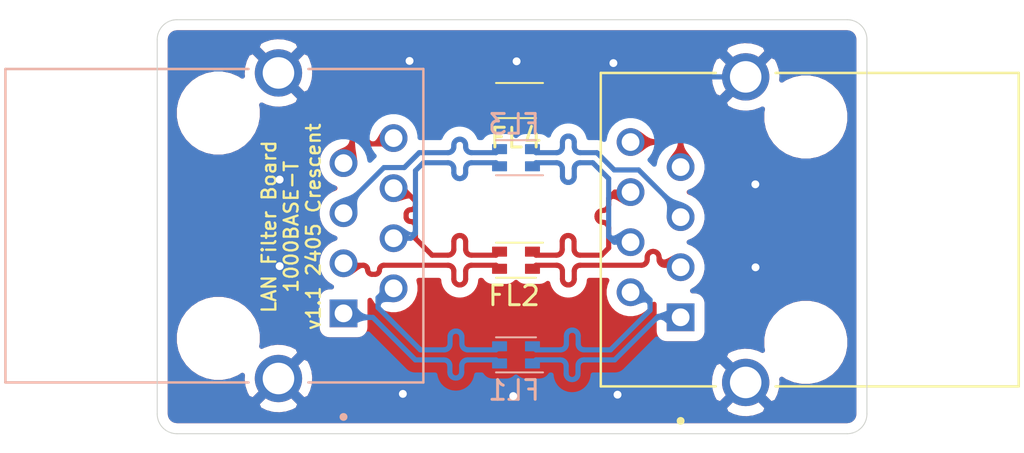
<source format=kicad_pcb>
(kicad_pcb (version 20171130) (host pcbnew "(5.1.2)-1")

  (general
    (thickness 1.6)
    (drawings 9)
    (tracks 583)
    (zones 0)
    (modules 6)
    (nets 18)
  )

  (page A4)
  (title_block
    (title "LAN Filter Board")
    (date 2024-05-03)
    (rev v1.1)
    (company Crescent)
  )

  (layers
    (0 F.Cu signal)
    (31 B.Cu signal)
    (32 B.Adhes user)
    (33 F.Adhes user)
    (34 B.Paste user)
    (35 F.Paste user)
    (36 B.SilkS user)
    (37 F.SilkS user)
    (38 B.Mask user)
    (39 F.Mask user)
    (40 Dwgs.User user)
    (41 Cmts.User user)
    (42 Eco1.User user)
    (43 Eco2.User user)
    (44 Edge.Cuts user)
    (45 Margin user)
    (46 B.CrtYd user)
    (47 F.CrtYd user)
    (48 B.Fab user hide)
    (49 F.Fab user hide)
  )

  (setup
    (last_trace_width 0.26)
    (trace_clearance 0.2)
    (zone_clearance 0.508)
    (zone_45_only no)
    (trace_min 0.2)
    (via_size 0.8)
    (via_drill 0.4)
    (via_min_size 0.4)
    (via_min_drill 0.3)
    (uvia_size 0.3)
    (uvia_drill 0.1)
    (uvias_allowed no)
    (uvia_min_size 0.2)
    (uvia_min_drill 0.1)
    (edge_width 0.05)
    (segment_width 0.2)
    (pcb_text_width 0.3)
    (pcb_text_size 1.5 1.5)
    (mod_edge_width 0.12)
    (mod_text_size 1 1)
    (mod_text_width 0.15)
    (pad_size 1.2 1.5)
    (pad_drill 0.89)
    (pad_to_mask_clearance 0.051)
    (solder_mask_min_width 0.25)
    (aux_axis_origin 0 0)
    (visible_elements 7FFFFFFF)
    (pcbplotparams
      (layerselection 0x010fc_ffffffff)
      (usegerberextensions true)
      (usegerberattributes false)
      (usegerberadvancedattributes false)
      (creategerberjobfile false)
      (excludeedgelayer true)
      (linewidth 0.100000)
      (plotframeref false)
      (viasonmask false)
      (mode 1)
      (useauxorigin false)
      (hpglpennumber 1)
      (hpglpenspeed 20)
      (hpglpendiameter 15.000000)
      (psnegative false)
      (psa4output false)
      (plotreference true)
      (plotvalue true)
      (plotinvisibletext false)
      (padsonsilk false)
      (subtractmaskfromsilk true)
      (outputformat 1)
      (mirror false)
      (drillshape 0)
      (scaleselection 1)
      (outputdirectory "GERBER/"))
  )

  (net 0 "")
  (net 1 "Net-(J1-PadSH1)")
  (net 2 /A2-)
  (net 3 /A1-)
  (net 4 /A1+)
  (net 5 /A2+)
  (net 6 /B2+)
  (net 7 /B1+)
  (net 8 /B1-)
  (net 9 /B2-)
  (net 10 /C2-)
  (net 11 /C1-)
  (net 12 /C1+)
  (net 13 /C2+)
  (net 14 /D2+)
  (net 15 /D1+)
  (net 16 /D1-)
  (net 17 /D2-)

  (net_class Default "これはデフォルトのネット クラスです。"
    (clearance 0.2)
    (trace_width 0.26)
    (via_dia 0.8)
    (via_drill 0.4)
    (uvia_dia 0.3)
    (uvia_drill 0.1)
    (diff_pair_width 0.26)
    (diff_pair_gap 0.25)
    (add_net /A1+)
    (add_net /A1-)
    (add_net /A2+)
    (add_net /A2-)
    (add_net /B1+)
    (add_net /B1-)
    (add_net /B2+)
    (add_net /B2-)
    (add_net /C1+)
    (add_net /C1-)
    (add_net /C2+)
    (add_net /C2-)
    (add_net /D1+)
    (add_net /D1-)
    (add_net /D2+)
    (add_net /D2-)
    (add_net "Net-(J1-PadSH1)")
  )

  (module CMF:L_CommonModeChoke_Coilcraft_0805USB (layer F.Cu) (tedit 5EAD895D) (tstamp 66351225)
    (at 146.2 83.1 270)
    (descr "Coilcraft 0805USB Series Common Mode Choke, https://www.coilcraft.com/pdfs/0805usb.pdf")
    (tags "surface mount common mode bead")
    (path /66349DF1)
    (attr smd)
    (fp_text reference FL4 (at 1.9 0) (layer F.SilkS)
      (effects (font (size 1 1) (thickness 0.15)))
    )
    (fp_text value EMI_Filter_CommonMode (at 0 -2 270) (layer F.Fab)
      (effects (font (size 1 1) (thickness 0.15)))
    )
    (fp_line (start -0.94 1.47) (end -0.94 -1.47) (layer F.CrtYd) (width 0.05))
    (fp_line (start 0.94 1.47) (end 0.94 -1.47) (layer F.CrtYd) (width 0.05))
    (fp_line (start -0.94 1.47) (end 0.94 1.47) (layer F.CrtYd) (width 0.05))
    (fp_line (start -0.94 -1.47) (end 0.94 -1.47) (layer F.CrtYd) (width 0.05))
    (fp_line (start 0.89 -1.015) (end 0.89 1.015) (layer F.SilkS) (width 0.1))
    (fp_line (start -0.89 -1.37) (end -0.89 1.015) (layer F.SilkS) (width 0.1))
    (fp_line (start -0.635 -0.58) (end -0.205 -1.015) (layer F.Fab) (width 0.1))
    (fp_line (start -0.635 -0.58) (end -0.635 1.015) (layer F.Fab) (width 0.1))
    (fp_line (start 0.635 -1.015) (end 0.635 1.015) (layer F.Fab) (width 0.1))
    (fp_line (start -0.205 -1.015) (end 0.635 -1.015) (layer F.Fab) (width 0.1))
    (fp_line (start -0.635 1.015) (end 0.635 1.015) (layer F.Fab) (width 0.1))
    (fp_text user %R (at 0 0 180) (layer F.Fab)
      (effects (font (size 0.5 0.5) (thickness 0.075)))
    )
    (pad 4 smd roundrect (at 0.435 -0.835 270) (size 0.51 0.76) (layers F.Cu F.Paste F.Mask) (roundrect_rratio 0.05)
      (net 17 /D2-))
    (pad 3 smd roundrect (at 0.435 0.835 270) (size 0.51 0.76) (layers F.Cu F.Paste F.Mask) (roundrect_rratio 0.05)
      (net 16 /D1-))
    (pad 2 smd roundrect (at -0.435 0.835 270) (size 0.51 0.76) (layers F.Cu F.Paste F.Mask) (roundrect_rratio 0.05)
      (net 15 /D1+))
    (pad 1 smd roundrect (at -0.435 -0.835 270) (size 0.51 0.76) (layers F.Cu F.Paste F.Mask) (roundrect_rratio 0.05)
      (net 14 /D2+))
    (model ${KISYS3DMOD}/Inductor_SMD.3dshapes/L_CommonModeChoke_Coilcraft_0805USB.wrl
      (at (xyz 0 0 0))
      (scale (xyz 1 1 1))
      (rotate (xyz 0 0 0))
    )
  )

  (module CMF:L_CommonModeChoke_Coilcraft_0805USB (layer B.Cu) (tedit 5EAD895D) (tstamp 66343144)
    (at 146.2 86 90)
    (descr "Coilcraft 0805USB Series Common Mode Choke, https://www.coilcraft.com/pdfs/0805usb.pdf")
    (tags "surface mount common mode bead")
    (path /66342F95)
    (attr smd)
    (fp_text reference FL3 (at 1.7 -0.1 180) (layer B.SilkS)
      (effects (font (size 1 1) (thickness 0.15)) (justify mirror))
    )
    (fp_text value EMI_Filter_CommonMode (at 0 2 90) (layer B.Fab)
      (effects (font (size 1 1) (thickness 0.15)) (justify mirror))
    )
    (fp_line (start -0.94 -1.47) (end -0.94 1.47) (layer B.CrtYd) (width 0.05))
    (fp_line (start 0.94 -1.47) (end 0.94 1.47) (layer B.CrtYd) (width 0.05))
    (fp_line (start -0.94 -1.47) (end 0.94 -1.47) (layer B.CrtYd) (width 0.05))
    (fp_line (start -0.94 1.47) (end 0.94 1.47) (layer B.CrtYd) (width 0.05))
    (fp_line (start 0.89 1.015) (end 0.89 -1.015) (layer B.SilkS) (width 0.1))
    (fp_line (start -0.89 1.37) (end -0.89 -1.015) (layer B.SilkS) (width 0.1))
    (fp_line (start -0.635 0.58) (end -0.205 1.015) (layer B.Fab) (width 0.1))
    (fp_line (start -0.635 0.58) (end -0.635 -1.015) (layer B.Fab) (width 0.1))
    (fp_line (start 0.635 1.015) (end 0.635 -1.015) (layer B.Fab) (width 0.1))
    (fp_line (start -0.205 1.015) (end 0.635 1.015) (layer B.Fab) (width 0.1))
    (fp_line (start -0.635 -1.015) (end 0.635 -1.015) (layer B.Fab) (width 0.1))
    (fp_text user %R (at 0 0 180) (layer B.Fab)
      (effects (font (size 0.5 0.5) (thickness 0.075)) (justify mirror))
    )
    (pad 4 smd roundrect (at 0.435 0.835 90) (size 0.51 0.76) (layers B.Cu B.Paste B.Mask) (roundrect_rratio 0.05)
      (net 10 /C2-))
    (pad 3 smd roundrect (at 0.435 -0.835 90) (size 0.51 0.76) (layers B.Cu B.Paste B.Mask) (roundrect_rratio 0.05)
      (net 11 /C1-))
    (pad 2 smd roundrect (at -0.435 -0.835 90) (size 0.51 0.76) (layers B.Cu B.Paste B.Mask) (roundrect_rratio 0.05)
      (net 12 /C1+))
    (pad 1 smd roundrect (at -0.435 0.835 90) (size 0.51 0.76) (layers B.Cu B.Paste B.Mask) (roundrect_rratio 0.05)
      (net 13 /C2+))
    (model ${KISYS3DMOD}/Inductor_SMD.3dshapes/L_CommonModeChoke_Coilcraft_0805USB.wrl
      (at (xyz 0 0 0))
      (scale (xyz 1 1 1))
      (rotate (xyz 0 0 0))
    )
  )

  (module CMF:L_CommonModeChoke_Coilcraft_0805USB (layer F.Cu) (tedit 5EAD895D) (tstamp 662436A0)
    (at 146.2 91.2 270)
    (descr "Coilcraft 0805USB Series Common Mode Choke, https://www.coilcraft.com/pdfs/0805usb.pdf")
    (tags "surface mount common mode bead")
    (path /66245DB7)
    (attr smd)
    (fp_text reference FL2 (at 1.8 0.1 180) (layer F.SilkS)
      (effects (font (size 1 1) (thickness 0.15)))
    )
    (fp_text value EMI_Filter_CommonMode (at 0 -2 90) (layer F.Fab)
      (effects (font (size 1 1) (thickness 0.15)))
    )
    (fp_line (start -0.94 1.47) (end -0.94 -1.47) (layer F.CrtYd) (width 0.05))
    (fp_line (start 0.94 1.47) (end 0.94 -1.47) (layer F.CrtYd) (width 0.05))
    (fp_line (start -0.94 1.47) (end 0.94 1.47) (layer F.CrtYd) (width 0.05))
    (fp_line (start -0.94 -1.47) (end 0.94 -1.47) (layer F.CrtYd) (width 0.05))
    (fp_line (start 0.89 -1.015) (end 0.89 1.015) (layer F.SilkS) (width 0.1))
    (fp_line (start -0.89 -1.37) (end -0.89 1.015) (layer F.SilkS) (width 0.1))
    (fp_line (start -0.635 -0.58) (end -0.205 -1.015) (layer F.Fab) (width 0.1))
    (fp_line (start -0.635 -0.58) (end -0.635 1.015) (layer F.Fab) (width 0.1))
    (fp_line (start 0.635 -1.015) (end 0.635 1.015) (layer F.Fab) (width 0.1))
    (fp_line (start -0.205 -1.015) (end 0.635 -1.015) (layer F.Fab) (width 0.1))
    (fp_line (start -0.635 1.015) (end 0.635 1.015) (layer F.Fab) (width 0.1))
    (fp_text user %R (at 0 0) (layer F.Fab)
      (effects (font (size 0.5 0.5) (thickness 0.075)))
    )
    (pad 4 smd roundrect (at 0.435 -0.835 270) (size 0.51 0.76) (layers F.Cu F.Paste F.Mask) (roundrect_rratio 0.05)
      (net 6 /B2+))
    (pad 3 smd roundrect (at 0.435 0.835 270) (size 0.51 0.76) (layers F.Cu F.Paste F.Mask) (roundrect_rratio 0.05)
      (net 7 /B1+))
    (pad 2 smd roundrect (at -0.435 0.835 270) (size 0.51 0.76) (layers F.Cu F.Paste F.Mask) (roundrect_rratio 0.05)
      (net 8 /B1-))
    (pad 1 smd roundrect (at -0.435 -0.835 270) (size 0.51 0.76) (layers F.Cu F.Paste F.Mask) (roundrect_rratio 0.05)
      (net 9 /B2-))
    (model ${KISYS3DMOD}/Inductor_SMD.3dshapes/L_CommonModeChoke_Coilcraft_0805USB.wrl
      (at (xyz 0 0 0))
      (scale (xyz 1 1 1))
      (rotate (xyz 0 0 0))
    )
  )

  (module CMF:L_CommonModeChoke_Coilcraft_0805USB (layer B.Cu) (tedit 5EAD895D) (tstamp 6632A955)
    (at 146.2 96 90)
    (descr "Coilcraft 0805USB Series Common Mode Choke, https://www.coilcraft.com/pdfs/0805usb.pdf")
    (tags "surface mount common mode bead")
    (path /6623EEE3)
    (attr smd)
    (fp_text reference FL1 (at -1.8 -0.1) (layer B.SilkS)
      (effects (font (size 1 1) (thickness 0.15)) (justify mirror))
    )
    (fp_text value EMI_Filter_CommonMode (at 0 2 -90) (layer B.Fab)
      (effects (font (size 1 1) (thickness 0.15)) (justify mirror))
    )
    (fp_line (start -0.94 -1.47) (end -0.94 1.47) (layer B.CrtYd) (width 0.05))
    (fp_line (start 0.94 -1.47) (end 0.94 1.47) (layer B.CrtYd) (width 0.05))
    (fp_line (start -0.94 -1.47) (end 0.94 -1.47) (layer B.CrtYd) (width 0.05))
    (fp_line (start -0.94 1.47) (end 0.94 1.47) (layer B.CrtYd) (width 0.05))
    (fp_line (start 0.89 1.015) (end 0.89 -1.015) (layer B.SilkS) (width 0.1))
    (fp_line (start -0.89 1.37) (end -0.89 -1.015) (layer B.SilkS) (width 0.1))
    (fp_line (start -0.635 0.58) (end -0.205 1.015) (layer B.Fab) (width 0.1))
    (fp_line (start -0.635 0.58) (end -0.635 -1.015) (layer B.Fab) (width 0.1))
    (fp_line (start 0.635 1.015) (end 0.635 -1.015) (layer B.Fab) (width 0.1))
    (fp_line (start -0.205 1.015) (end 0.635 1.015) (layer B.Fab) (width 0.1))
    (fp_line (start -0.635 -1.015) (end 0.635 -1.015) (layer B.Fab) (width 0.1))
    (fp_text user %R (at 0 0) (layer B.Fab)
      (effects (font (size 0.5 0.5) (thickness 0.075)) (justify mirror))
    )
    (pad 4 smd roundrect (at 0.435 0.835 90) (size 0.51 0.76) (layers B.Cu B.Paste B.Mask) (roundrect_rratio 0.05)
      (net 2 /A2-))
    (pad 3 smd roundrect (at 0.435 -0.835 90) (size 0.51 0.76) (layers B.Cu B.Paste B.Mask) (roundrect_rratio 0.05)
      (net 3 /A1-))
    (pad 2 smd roundrect (at -0.435 -0.835 90) (size 0.51 0.76) (layers B.Cu B.Paste B.Mask) (roundrect_rratio 0.05)
      (net 4 /A1+))
    (pad 1 smd roundrect (at -0.435 0.835 90) (size 0.51 0.76) (layers B.Cu B.Paste B.Mask) (roundrect_rratio 0.05)
      (net 5 /A2+))
    (model ${KISYS3DMOD}/Inductor_SMD.3dshapes/L_CommonModeChoke_Coilcraft_0805USB.wrl
      (at (xyz 0 0 0))
      (scale (xyz 1 1 1))
      (rotate (xyz 0 0 0))
    )
  )

  (module LAN:1149868 (layer F.Cu) (tedit 66322517) (tstamp 6632A78D)
    (at 171.7 97.6 90)
    (path /66328D61)
    (fp_text reference J2 (at -2.6 -6 90) (layer F.SilkS) hide
      (effects (font (size 1 1) (thickness 0.15)))
    )
    (fp_text value 1149868 (at 8.275 -22.685 90) (layer F.Fab)
      (effects (font (size 1 1) (thickness 0.15)))
    )
    (fp_circle (center -1.75 -17.15) (end -1.65 -17.15) (layer F.Fab) (width 0.2))
    (fp_circle (center -1.75 -17.15) (end -1.65 -17.15) (layer F.SilkS) (width 0.2))
    (fp_line (start 17.15 -21.45) (end -1.25 -21.45) (layer F.CrtYd) (width 0.05))
    (fp_line (start 17.15 0.25) (end 17.15 -21.45) (layer F.CrtYd) (width 0.05))
    (fp_line (start -1.25 0.25) (end 17.15 0.25) (layer F.CrtYd) (width 0.05))
    (fp_line (start -1.25 -21.45) (end -1.25 0.25) (layer F.CrtYd) (width 0.05))
    (fp_line (start 15.9 0) (end 0 0) (layer F.SilkS) (width 0.127))
    (fp_line (start 0 -21.2) (end 15.9 -21.2) (layer F.SilkS) (width 0.127))
    (fp_line (start 0 0) (end 0 -12.33) (layer F.SilkS) (width 0.127))
    (fp_line (start 0 -15.37) (end 0 -21.2) (layer F.SilkS) (width 0.127))
    (fp_line (start 15.9 0) (end 15.9 -12.33) (layer F.SilkS) (width 0.127))
    (fp_line (start 15.9 -21.2) (end 15.9 -15.37) (layer F.SilkS) (width 0.127))
    (fp_line (start 0 0) (end 0 -21.2) (layer F.Fab) (width 0.127))
    (fp_line (start 15.9 0) (end 0 0) (layer F.Fab) (width 0.127))
    (fp_line (start 15.9 -21.2) (end 15.9 0) (layer F.Fab) (width 0.127))
    (fp_line (start 0 -21.2) (end 15.9 -21.2) (layer F.Fab) (width 0.127))
    (pad SH2 thru_hole circle (at 15.7 -13.85 90) (size 2.4 2.4) (drill 1.6) (layers *.Cu *.Mask)
      (net 1 "Net-(J1-PadSH1)") (solder_mask_margin 0.102))
    (pad SH1 thru_hole circle (at 0.2 -13.85 90) (size 2.4 2.4) (drill 1.6) (layers *.Cu *.Mask)
      (net 1 "Net-(J1-PadSH1)") (solder_mask_margin 0.102))
    (pad None np_thru_hole circle (at 13.665 -10.8 90) (size 3.2 3.2) (drill 3.2) (layers *.Cu *.Mask))
    (pad None np_thru_hole circle (at 2.235 -10.8 90) (size 3.2 3.2) (drill 3.2) (layers *.Cu *.Mask))
    (pad 2 thru_hole circle (at 4.775 -19.69 90) (size 1.408 1.408) (drill 0.9) (layers *.Cu *.Mask)
      (net 2 /A2-) (solder_mask_margin 0.102))
    (pad 8 thru_hole circle (at 12.395 -19.69 90) (size 1.408 1.408) (drill 0.9) (layers *.Cu *.Mask)
      (net 17 /D2-) (solder_mask_margin 0.102))
    (pad 6 thru_hole circle (at 9.855 -19.69 90) (size 1.408 1.408) (drill 0.9) (layers *.Cu *.Mask)
      (net 9 /B2-) (solder_mask_margin 0.102))
    (pad 4 thru_hole circle (at 7.315 -19.69 90) (size 1.408 1.408) (drill 0.9) (layers *.Cu *.Mask)
      (net 13 /C2+) (solder_mask_margin 0.102))
    (pad 7 thru_hole circle (at 11.125 -17.15 90) (size 1.408 1.408) (drill 0.9) (layers *.Cu *.Mask)
      (net 14 /D2+) (solder_mask_margin 0.102))
    (pad 5 thru_hole circle (at 8.585 -17.15 90) (size 1.408 1.408) (drill 0.9) (layers *.Cu *.Mask)
      (net 10 /C2-) (solder_mask_margin 0.102))
    (pad 3 thru_hole circle (at 6.045 -17.15 90) (size 1.408 1.408) (drill 0.9) (layers *.Cu *.Mask)
      (net 6 /B2+) (solder_mask_margin 0.102))
    (pad 1 thru_hole rect (at 3.505 -17.15 90) (size 1.408 1.408) (drill 0.9) (layers *.Cu *.Mask)
      (net 5 /A2+) (solder_mask_margin 0.102))
  )

  (module LAN:1149868 (layer B.Cu) (tedit 66322517) (tstamp 6632A76D)
    (at 120.3 97.4 90)
    (path /66325A80)
    (fp_text reference J1 (at -4 7.1 -90) (layer B.SilkS) hide
      (effects (font (size 1 1) (thickness 0.15)) (justify mirror))
    )
    (fp_text value 1149868 (at 8.275 22.685 -90) (layer B.Fab)
      (effects (font (size 1 1) (thickness 0.15)) (justify mirror))
    )
    (fp_circle (center -1.75 17.15) (end -1.65 17.15) (layer B.Fab) (width 0.2))
    (fp_circle (center -1.75 17.15) (end -1.65 17.15) (layer B.SilkS) (width 0.2))
    (fp_line (start 17.15 21.45) (end -1.25 21.45) (layer B.CrtYd) (width 0.05))
    (fp_line (start 17.15 -0.25) (end 17.15 21.45) (layer B.CrtYd) (width 0.05))
    (fp_line (start -1.25 -0.25) (end 17.15 -0.25) (layer B.CrtYd) (width 0.05))
    (fp_line (start -1.25 21.45) (end -1.25 -0.25) (layer B.CrtYd) (width 0.05))
    (fp_line (start 15.9 0) (end 0 0) (layer B.SilkS) (width 0.127))
    (fp_line (start 0 21.2) (end 15.9 21.2) (layer B.SilkS) (width 0.127))
    (fp_line (start 0 0) (end 0 12.33) (layer B.SilkS) (width 0.127))
    (fp_line (start 0 15.37) (end 0 21.2) (layer B.SilkS) (width 0.127))
    (fp_line (start 15.9 0) (end 15.9 12.33) (layer B.SilkS) (width 0.127))
    (fp_line (start 15.9 21.2) (end 15.9 15.37) (layer B.SilkS) (width 0.127))
    (fp_line (start 0 0) (end 0 21.2) (layer B.Fab) (width 0.127))
    (fp_line (start 15.9 0) (end 0 0) (layer B.Fab) (width 0.127))
    (fp_line (start 15.9 21.2) (end 15.9 0) (layer B.Fab) (width 0.127))
    (fp_line (start 0 21.2) (end 15.9 21.2) (layer B.Fab) (width 0.127))
    (pad SH2 thru_hole circle (at 15.7 13.85 90) (size 2.4 2.4) (drill 1.6) (layers *.Cu *.Mask)
      (net 1 "Net-(J1-PadSH1)") (solder_mask_margin 0.102))
    (pad SH1 thru_hole circle (at 0.2 13.85 90) (size 2.4 2.4) (drill 1.6) (layers *.Cu *.Mask)
      (net 1 "Net-(J1-PadSH1)") (solder_mask_margin 0.102))
    (pad None np_thru_hole circle (at 13.665 10.8 90) (size 3.2 3.2) (drill 3.2) (layers *.Cu *.Mask))
    (pad None np_thru_hole circle (at 2.235 10.8 90) (size 3.2 3.2) (drill 3.2) (layers *.Cu *.Mask))
    (pad 2 thru_hole circle (at 4.775 19.69 90) (size 1.408 1.408) (drill 0.9) (layers *.Cu *.Mask)
      (net 3 /A1-) (solder_mask_margin 0.102))
    (pad 8 thru_hole circle (at 12.395 19.69 90) (size 1.408 1.408) (drill 0.9) (layers *.Cu *.Mask)
      (net 16 /D1-) (solder_mask_margin 0.102))
    (pad 6 thru_hole circle (at 9.855 19.69 90) (size 1.408 1.408) (drill 0.9) (layers *.Cu *.Mask)
      (net 8 /B1-) (solder_mask_margin 0.102))
    (pad 4 thru_hole circle (at 7.315 19.69 90) (size 1.408 1.408) (drill 0.9) (layers *.Cu *.Mask)
      (net 12 /C1+) (solder_mask_margin 0.102))
    (pad 7 thru_hole circle (at 11.125 17.15 90) (size 1.408 1.408) (drill 0.9) (layers *.Cu *.Mask)
      (net 15 /D1+) (solder_mask_margin 0.102))
    (pad 5 thru_hole circle (at 8.585 17.15 90) (size 1.408 1.408) (drill 0.9) (layers *.Cu *.Mask)
      (net 11 /C1-) (solder_mask_margin 0.102))
    (pad 3 thru_hole circle (at 6.045 17.15 90) (size 1.408 1.408) (drill 0.9) (layers *.Cu *.Mask)
      (net 7 /B1+) (solder_mask_margin 0.102))
    (pad 1 thru_hole rect (at 3.505 17.15 90) (size 1.408 1.408) (drill 0.9) (layers *.Cu *.Mask)
      (net 4 /A1+) (solder_mask_margin 0.102))
  )

  (gr_text "LAN Filter Board\n1000BASE-T\nv1.1 2405 Crescent" (at 134.8 89.5 90) (layer F.SilkS)
    (effects (font (size 0.7 0.7) (thickness 0.12)))
  )
  (gr_arc (start 163 99) (end 163 100) (angle -90) (layer Edge.Cuts) (width 0.05))
  (gr_arc (start 129 99) (end 128 99) (angle -90) (layer Edge.Cuts) (width 0.05))
  (gr_arc (start 129 80) (end 129 79) (angle -90) (layer Edge.Cuts) (width 0.05))
  (gr_arc (start 163 80) (end 164 80) (angle -90) (layer Edge.Cuts) (width 0.05))
  (gr_line (start 128 99) (end 128 80) (layer Edge.Cuts) (width 0.05) (tstamp 6624655A))
  (gr_line (start 163 100) (end 129 100) (layer Edge.Cuts) (width 0.05))
  (gr_line (start 164 80) (end 164 99) (layer Edge.Cuts) (width 0.05))
  (gr_line (start 129 79) (end 163 79) (layer Edge.Cuts) (width 0.05))

  (via (at 134.21 87.11) (size 0.8) (drill 0.4) (layers F.Cu B.Cu) (net 1))
  (via (at 134.21 91.5) (size 0.8) (drill 0.4) (layers F.Cu B.Cu) (net 1) (tstamp 66353973))
  (via (at 146.06 98.09) (size 0.8) (drill 0.4) (layers F.Cu B.Cu) (net 1) (tstamp 66353997))
  (via (at 140.46 97.98) (size 0.8) (drill 0.4) (layers F.Cu B.Cu) (net 1))
  (via (at 151.35 98.02) (size 0.8) (drill 0.4) (layers F.Cu B.Cu) (net 1))
  (via (at 158.34 87.35) (size 0.8) (drill 0.4) (layers F.Cu B.Cu) (net 1))
  (via (at 158.35 91.56) (size 0.8) (drill 0.4) (layers F.Cu B.Cu) (net 1) (tstamp 66353A1C))
  (via (at 146.23 81.11) (size 0.8) (drill 0.4) (layers F.Cu B.Cu) (net 1))
  (via (at 140.8 81.09) (size 0.8) (drill 0.4) (layers F.Cu B.Cu) (net 1))
  (segment (start 151.84 81.9) (end 151.539999 81.599999) (width 0.26) (layer B.Cu) (net 1))
  (segment (start 151.539999 81.599999) (end 151.14 81.2) (width 0.26) (layer B.Cu) (net 1))
  (via (at 151.14 81.2) (size 0.8) (drill 0.4) (layers F.Cu B.Cu) (net 1))
  (segment (start 157.85 81.9) (end 151.84 81.9) (width 0.26) (layer B.Cu) (net 1))
  (segment (start 152.615 92.825) (end 152.01 92.825) (width 0.26) (layer B.Cu) (net 2))
  (segment (start 148.924834 94.77471) (end 148.988243 94.752522) (width 0.26) (layer B.Cu) (net 2))
  (segment (start 148.784709 94.914835) (end 148.82045 94.857954) (width 0.26) (layer B.Cu) (net 2))
  (segment (start 148.867953 94.810451) (end 148.924834 94.77471) (width 0.26) (layer B.Cu) (net 2))
  (segment (start 148.755 95.045) (end 148.762521 94.978244) (width 0.26) (layer B.Cu) (net 2))
  (segment (start 149.185165 94.77471) (end 149.242046 94.810451) (width 0.26) (layer B.Cu) (net 2))
  (segment (start 148.747478 95.511757) (end 148.755 95.445) (width 0.26) (layer B.Cu) (net 2))
  (segment (start 149.121756 94.752522) (end 149.185165 94.77471) (width 0.26) (layer B.Cu) (net 2))
  (segment (start 148.762521 94.978244) (end 148.784709 94.914835) (width 0.26) (layer B.Cu) (net 2))
  (segment (start 148.72529 95.575166) (end 148.747478 95.511757) (width 0.26) (layer B.Cu) (net 2))
  (segment (start 148.82045 94.857954) (end 148.867953 94.810451) (width 0.26) (layer B.Cu) (net 2))
  (segment (start 148.755 95.445) (end 148.755 95.045) (width 0.26) (layer B.Cu) (net 2))
  (segment (start 147.035 95.565) (end 147.215 95.745) (width 0.26) (layer B.Cu) (net 2))
  (segment (start 148.455 95.745) (end 148.521756 95.737479) (width 0.26) (layer B.Cu) (net 2))
  (segment (start 149.289549 94.857954) (end 149.32529 94.914835) (width 0.26) (layer B.Cu) (net 2))
  (segment (start 148.521756 95.737479) (end 148.585165 95.715291) (width 0.26) (layer B.Cu) (net 2))
  (segment (start 149.242046 94.810451) (end 149.289549 94.857954) (width 0.26) (layer B.Cu) (net 2))
  (segment (start 148.585165 95.715291) (end 148.642046 95.67955) (width 0.26) (layer B.Cu) (net 2))
  (segment (start 149.467953 95.67955) (end 149.524834 95.715291) (width 0.26) (layer B.Cu) (net 2))
  (segment (start 147.215 95.745) (end 148.455 95.745) (width 0.26) (layer B.Cu) (net 2))
  (segment (start 148.642046 95.67955) (end 148.689549 95.632047) (width 0.26) (layer B.Cu) (net 2))
  (segment (start 148.988243 94.752522) (end 149.055 94.745) (width 0.26) (layer B.Cu) (net 2))
  (segment (start 149.055 94.745) (end 149.121756 94.752522) (width 0.26) (layer B.Cu) (net 2))
  (segment (start 149.347478 94.978244) (end 149.355 95.045) (width 0.26) (layer B.Cu) (net 2))
  (segment (start 149.355 95.045) (end 149.355 95.445) (width 0.26) (layer B.Cu) (net 2))
  (segment (start 149.355 95.445) (end 149.362521 95.511757) (width 0.26) (layer B.Cu) (net 2))
  (segment (start 149.362521 95.511757) (end 149.384709 95.575166) (width 0.26) (layer B.Cu) (net 2))
  (segment (start 149.384709 95.575166) (end 149.42045 95.632047) (width 0.26) (layer B.Cu) (net 2))
  (segment (start 149.42045 95.632047) (end 149.467953 95.67955) (width 0.26) (layer B.Cu) (net 2))
  (segment (start 149.524834 95.715291) (end 149.588243 95.737479) (width 0.26) (layer B.Cu) (net 2))
  (segment (start 148.689549 95.632047) (end 148.72529 95.575166) (width 0.26) (layer B.Cu) (net 2))
  (segment (start 149.588243 95.737479) (end 149.655 95.745) (width 0.26) (layer B.Cu) (net 2))
  (segment (start 149.655 95.745) (end 150.994374 95.745) (width 0.26) (layer B.Cu) (net 2))
  (segment (start 150.994374 95.745) (end 153 93.739374) (width 0.26) (layer B.Cu) (net 2))
  (segment (start 153 93.739374) (end 153 93.21) (width 0.26) (layer B.Cu) (net 2))
  (segment (start 149.32529 94.914835) (end 149.347478 94.978244) (width 0.26) (layer B.Cu) (net 2))
  (segment (start 153 93.21) (end 152.615 92.825) (width 0.26) (layer B.Cu) (net 2))
  (segment (start 139.675 92.625) (end 139.99 92.625) (width 0.26) (layer B.Cu) (net 3))
  (segment (start 143.342046 94.85834) (end 143.285165 94.822599) (width 0.26) (layer B.Cu) (net 3))
  (segment (start 143.389549 94.905843) (end 143.342046 94.85834) (width 0.26) (layer B.Cu) (net 3))
  (segment (start 145.185 95.745) (end 143.755 95.745) (width 0.26) (layer B.Cu) (net 3))
  (segment (start 143.42529 94.962724) (end 143.389549 94.905843) (width 0.26) (layer B.Cu) (net 3))
  (segment (start 143.088243 94.800411) (end 143.024834 94.822599) (width 0.26) (layer B.Cu) (net 3))
  (segment (start 143.455 95.09289) (end 143.447478 95.026133) (width 0.26) (layer B.Cu) (net 3))
  (segment (start 143.455 95.445) (end 143.455 95.09289) (width 0.26) (layer B.Cu) (net 3))
  (segment (start 143.624834 95.71529) (end 143.567953 95.679549) (width 0.26) (layer B.Cu) (net 3))
  (segment (start 143.462521 95.511756) (end 143.455 95.445) (width 0.26) (layer B.Cu) (net 3))
  (segment (start 142.862521 95.026133) (end 142.855 95.09289) (width 0.26) (layer B.Cu) (net 3))
  (segment (start 143.52045 95.632046) (end 143.484709 95.575165) (width 0.26) (layer B.Cu) (net 3))
  (segment (start 143.484709 95.575165) (end 143.462521 95.511756) (width 0.26) (layer B.Cu) (net 3))
  (segment (start 142.847478 95.511756) (end 142.82529 95.575165) (width 0.26) (layer B.Cu) (net 3))
  (segment (start 145.365 95.565) (end 145.185 95.745) (width 0.26) (layer B.Cu) (net 3))
  (segment (start 143.755 95.745) (end 143.688243 95.737478) (width 0.26) (layer B.Cu) (net 3))
  (segment (start 143.688243 95.737478) (end 143.624834 95.71529) (width 0.26) (layer B.Cu) (net 3))
  (segment (start 143.285165 94.822599) (end 143.221756 94.800411) (width 0.26) (layer B.Cu) (net 3))
  (segment (start 142.855 95.445) (end 142.847478 95.511756) (width 0.26) (layer B.Cu) (net 3))
  (segment (start 143.447478 95.026133) (end 143.42529 94.962724) (width 0.26) (layer B.Cu) (net 3))
  (segment (start 143.567953 95.679549) (end 143.52045 95.632046) (width 0.26) (layer B.Cu) (net 3))
  (segment (start 143.221756 94.800411) (end 143.155 94.79289) (width 0.26) (layer B.Cu) (net 3))
  (segment (start 143.155 94.79289) (end 143.088243 94.800411) (width 0.26) (layer B.Cu) (net 3))
  (segment (start 143.024834 94.822599) (end 142.967953 94.85834) (width 0.26) (layer B.Cu) (net 3))
  (segment (start 142.92045 94.905843) (end 142.884709 94.962724) (width 0.26) (layer B.Cu) (net 3))
  (segment (start 142.967953 94.85834) (end 142.92045 94.905843) (width 0.26) (layer B.Cu) (net 3))
  (segment (start 142.884709 94.962724) (end 142.862521 95.026133) (width 0.26) (layer B.Cu) (net 3))
  (segment (start 142.855 95.09289) (end 142.855 95.445) (width 0.26) (layer B.Cu) (net 3))
  (segment (start 142.685165 95.71529) (end 142.621756 95.737478) (width 0.26) (layer B.Cu) (net 3))
  (segment (start 142.82529 95.575165) (end 142.789549 95.632046) (width 0.26) (layer B.Cu) (net 3))
  (segment (start 139.2 93.6) (end 139.2 93.1) (width 0.26) (layer B.Cu) (net 3))
  (segment (start 142.789549 95.632046) (end 142.742046 95.679549) (width 0.26) (layer B.Cu) (net 3))
  (segment (start 142.742046 95.679549) (end 142.685165 95.71529) (width 0.26) (layer B.Cu) (net 3))
  (segment (start 142.621756 95.737478) (end 142.555 95.745) (width 0.26) (layer B.Cu) (net 3))
  (segment (start 142.555 95.745) (end 141.345 95.745) (width 0.26) (layer B.Cu) (net 3))
  (segment (start 141.345 95.745) (end 139.2 93.6) (width 0.26) (layer B.Cu) (net 3))
  (segment (start 139.2 93.1) (end 139.675 92.625) (width 0.26) (layer B.Cu) (net 3))
  (segment (start 142.545 96.255) (end 141.094374 96.255) (width 0.26) (layer B.Cu) (net 4))
  (segment (start 142.611756 96.262522) (end 142.545 96.255) (width 0.26) (layer B.Cu) (net 4))
  (segment (start 142.779549 96.367954) (end 142.732046 96.320451) (width 0.26) (layer B.Cu) (net 4))
  (segment (start 142.81529 96.424835) (end 142.779549 96.367954) (width 0.26) (layer B.Cu) (net 4))
  (segment (start 142.837478 96.488244) (end 142.81529 96.424835) (width 0.26) (layer B.Cu) (net 4))
  (segment (start 142.845 96.555) (end 142.837478 96.488244) (width 0.26) (layer B.Cu) (net 4))
  (segment (start 142.845 96.875914) (end 142.845 96.555) (width 0.26) (layer B.Cu) (net 4))
  (segment (start 142.732046 96.320451) (end 142.675165 96.28471) (width 0.26) (layer B.Cu) (net 4))
  (segment (start 142.852521 96.942671) (end 142.845 96.875914) (width 0.26) (layer B.Cu) (net 4))
  (segment (start 142.91045 97.062961) (end 142.874709 97.00608) (width 0.26) (layer B.Cu) (net 4))
  (segment (start 142.957953 97.110464) (end 142.91045 97.062961) (width 0.26) (layer B.Cu) (net 4))
  (segment (start 138.939374 94.1) (end 137.655 94.1) (width 0.26) (layer B.Cu) (net 4))
  (segment (start 143.014834 97.146205) (end 142.957953 97.110464) (width 0.26) (layer B.Cu) (net 4))
  (segment (start 143.078243 97.168393) (end 143.014834 97.146205) (width 0.26) (layer B.Cu) (net 4))
  (segment (start 142.874709 97.00608) (end 142.852521 96.942671) (width 0.26) (layer B.Cu) (net 4))
  (segment (start 143.145 97.175914) (end 143.078243 97.168393) (width 0.26) (layer B.Cu) (net 4))
  (segment (start 143.211756 97.168393) (end 143.145 97.175914) (width 0.26) (layer B.Cu) (net 4))
  (segment (start 142.675165 96.28471) (end 142.611756 96.262522) (width 0.26) (layer B.Cu) (net 4))
  (segment (start 143.557953 96.320451) (end 143.51045 96.367954) (width 0.26) (layer B.Cu) (net 4))
  (segment (start 141.094374 96.255) (end 138.939374 94.1) (width 0.26) (layer B.Cu) (net 4))
  (segment (start 143.445 96.875914) (end 143.437478 96.942671) (width 0.26) (layer B.Cu) (net 4))
  (segment (start 143.275165 97.146205) (end 143.211756 97.168393) (width 0.26) (layer B.Cu) (net 4))
  (segment (start 143.614834 96.28471) (end 143.557953 96.320451) (width 0.26) (layer B.Cu) (net 4))
  (segment (start 145.185 96.255) (end 143.745 96.255) (width 0.26) (layer B.Cu) (net 4))
  (segment (start 143.678243 96.262522) (end 143.614834 96.28471) (width 0.26) (layer B.Cu) (net 4))
  (segment (start 143.745 96.255) (end 143.678243 96.262522) (width 0.26) (layer B.Cu) (net 4))
  (segment (start 145.365 96.435) (end 145.185 96.255) (width 0.26) (layer B.Cu) (net 4))
  (segment (start 143.51045 96.367954) (end 143.474709 96.424835) (width 0.26) (layer B.Cu) (net 4))
  (segment (start 143.474709 96.424835) (end 143.452521 96.488244) (width 0.26) (layer B.Cu) (net 4))
  (segment (start 143.445 96.555) (end 143.445 96.875914) (width 0.26) (layer B.Cu) (net 4))
  (segment (start 143.452521 96.488244) (end 143.445 96.555) (width 0.26) (layer B.Cu) (net 4))
  (segment (start 143.437478 96.942671) (end 143.41529 97.00608) (width 0.26) (layer B.Cu) (net 4))
  (segment (start 143.41529 97.00608) (end 143.379549 97.062961) (width 0.26) (layer B.Cu) (net 4))
  (segment (start 143.379549 97.062961) (end 143.332046 97.110464) (width 0.26) (layer B.Cu) (net 4))
  (segment (start 143.332046 97.110464) (end 143.275165 97.146205) (width 0.26) (layer B.Cu) (net 4))
  (segment (start 154.295 94.05) (end 154.445 94.2) (width 0.26) (layer B.Cu) (net 5))
  (segment (start 151.205626 96.255) (end 153.410626 94.05) (width 0.26) (layer B.Cu) (net 5))
  (segment (start 149.514834 96.284709) (end 149.578243 96.262521) (width 0.26) (layer B.Cu) (net 5))
  (segment (start 149.457953 96.32045) (end 149.514834 96.284709) (width 0.26) (layer B.Cu) (net 5))
  (segment (start 149.41045 96.367953) (end 149.457953 96.32045) (width 0.26) (layer B.Cu) (net 5))
  (segment (start 149.352521 96.488243) (end 149.374709 96.424834) (width 0.26) (layer B.Cu) (net 5))
  (segment (start 149.345 96.555) (end 149.352521 96.488243) (width 0.26) (layer B.Cu) (net 5))
  (segment (start 149.345 96.955) (end 149.345 96.555) (width 0.26) (layer B.Cu) (net 5))
  (segment (start 149.31529 97.085165) (end 149.337478 97.021756) (width 0.26) (layer B.Cu) (net 5))
  (segment (start 149.279549 97.142046) (end 149.31529 97.085165) (width 0.26) (layer B.Cu) (net 5))
  (segment (start 149.337478 97.021756) (end 149.345 96.955) (width 0.26) (layer B.Cu) (net 5))
  (segment (start 149.232046 97.189549) (end 149.279549 97.142046) (width 0.26) (layer B.Cu) (net 5))
  (segment (start 149.111756 97.247478) (end 149.175165 97.22529) (width 0.26) (layer B.Cu) (net 5))
  (segment (start 148.978243 97.247478) (end 149.045 97.255) (width 0.26) (layer B.Cu) (net 5))
  (segment (start 148.632046 96.32045) (end 148.679549 96.367953) (width 0.26) (layer B.Cu) (net 5))
  (segment (start 148.575165 96.284709) (end 148.632046 96.32045) (width 0.26) (layer B.Cu) (net 5))
  (segment (start 149.175165 97.22529) (end 149.232046 97.189549) (width 0.26) (layer B.Cu) (net 5))
  (segment (start 148.857953 97.189549) (end 148.914834 97.22529) (width 0.26) (layer B.Cu) (net 5))
  (segment (start 148.511756 96.262521) (end 148.575165 96.284709) (width 0.26) (layer B.Cu) (net 5))
  (segment (start 148.445 96.255) (end 148.511756 96.262521) (width 0.26) (layer B.Cu) (net 5))
  (segment (start 147.035 96.435) (end 147.215 96.255) (width 0.26) (layer B.Cu) (net 5))
  (segment (start 149.045 97.255) (end 149.111756 97.247478) (width 0.26) (layer B.Cu) (net 5))
  (segment (start 147.215 96.255) (end 148.445 96.255) (width 0.26) (layer B.Cu) (net 5))
  (segment (start 148.679549 96.367953) (end 148.71529 96.424834) (width 0.26) (layer B.Cu) (net 5))
  (segment (start 149.374709 96.424834) (end 149.41045 96.367953) (width 0.26) (layer B.Cu) (net 5))
  (segment (start 148.752521 97.021756) (end 148.774709 97.085165) (width 0.26) (layer B.Cu) (net 5))
  (segment (start 153.410626 94.05) (end 154.295 94.05) (width 0.26) (layer B.Cu) (net 5))
  (segment (start 148.71529 96.424834) (end 148.737478 96.488243) (width 0.26) (layer B.Cu) (net 5))
  (segment (start 148.737478 96.488243) (end 148.745 96.555) (width 0.26) (layer B.Cu) (net 5))
  (segment (start 148.745 96.555) (end 148.745 96.955) (width 0.26) (layer B.Cu) (net 5))
  (segment (start 148.81045 97.142046) (end 148.857953 97.189549) (width 0.26) (layer B.Cu) (net 5))
  (segment (start 149.578243 96.262521) (end 149.645 96.255) (width 0.26) (layer B.Cu) (net 5))
  (segment (start 148.745 96.955) (end 148.752521 97.021756) (width 0.26) (layer B.Cu) (net 5))
  (segment (start 149.645 96.255) (end 151.205626 96.255) (width 0.26) (layer B.Cu) (net 5))
  (segment (start 148.774709 97.085165) (end 148.81045 97.142046) (width 0.26) (layer B.Cu) (net 5))
  (segment (start 148.914834 97.22529) (end 148.978243 97.247478) (width 0.26) (layer B.Cu) (net 5))
  (segment (start 147.215 91.455) (end 147.035 91.635) (width 0.26) (layer F.Cu) (net 6))
  (segment (start 148.385165 91.484709) (end 148.321756 91.462521) (width 0.26) (layer F.Cu) (net 6))
  (segment (start 148.442046 91.52045) (end 148.385165 91.484709) (width 0.26) (layer F.Cu) (net 6))
  (segment (start 148.489549 91.567953) (end 148.442046 91.52045) (width 0.26) (layer F.Cu) (net 6))
  (segment (start 148.52529 91.624834) (end 148.489549 91.567953) (width 0.26) (layer F.Cu) (net 6))
  (segment (start 148.547478 91.688243) (end 148.52529 91.624834) (width 0.26) (layer F.Cu) (net 6))
  (segment (start 148.555 91.755) (end 148.547478 91.688243) (width 0.26) (layer F.Cu) (net 6))
  (segment (start 148.555 92.155) (end 148.555 91.755) (width 0.26) (layer F.Cu) (net 6))
  (segment (start 148.562521 92.221756) (end 148.555 92.155) (width 0.26) (layer F.Cu) (net 6))
  (segment (start 148.584709 92.285165) (end 148.562521 92.221756) (width 0.26) (layer F.Cu) (net 6))
  (segment (start 148.62045 92.342046) (end 148.584709 92.285165) (width 0.26) (layer F.Cu) (net 6))
  (segment (start 148.667953 92.389549) (end 148.62045 92.342046) (width 0.26) (layer F.Cu) (net 6))
  (segment (start 148.724834 92.42529) (end 148.667953 92.389549) (width 0.26) (layer F.Cu) (net 6))
  (segment (start 148.788243 92.447478) (end 148.724834 92.42529) (width 0.26) (layer F.Cu) (net 6))
  (segment (start 148.855 92.455) (end 148.788243 92.447478) (width 0.26) (layer F.Cu) (net 6))
  (segment (start 148.921756 92.447478) (end 148.855 92.455) (width 0.26) (layer F.Cu) (net 6))
  (segment (start 148.985165 92.42529) (end 148.921756 92.447478) (width 0.26) (layer F.Cu) (net 6))
  (segment (start 149.042046 92.389549) (end 148.985165 92.42529) (width 0.26) (layer F.Cu) (net 6))
  (segment (start 149.089549 92.342046) (end 149.042046 92.389549) (width 0.26) (layer F.Cu) (net 6))
  (segment (start 149.12529 92.285165) (end 149.089549 92.342046) (width 0.26) (layer F.Cu) (net 6))
  (segment (start 149.147478 92.221756) (end 149.12529 92.285165) (width 0.26) (layer F.Cu) (net 6))
  (segment (start 149.155 92.155) (end 149.147478 92.221756) (width 0.26) (layer F.Cu) (net 6))
  (segment (start 149.155 91.755) (end 149.155 92.155) (width 0.26) (layer F.Cu) (net 6))
  (segment (start 149.162521 91.688243) (end 149.155 91.755) (width 0.26) (layer F.Cu) (net 6))
  (segment (start 149.184709 91.624834) (end 149.162521 91.688243) (width 0.26) (layer F.Cu) (net 6))
  (segment (start 149.22045 91.567953) (end 149.184709 91.624834) (width 0.26) (layer F.Cu) (net 6))
  (segment (start 149.267953 91.52045) (end 149.22045 91.567953) (width 0.26) (layer F.Cu) (net 6))
  (segment (start 153.285165 90.781182) (end 153.221756 90.758994) (width 0.26) (layer F.Cu) (net 6))
  (segment (start 153.342046 90.816923) (end 153.285165 90.781182) (width 0.26) (layer F.Cu) (net 6))
  (segment (start 153.389549 90.864426) (end 153.342046 90.816923) (width 0.26) (layer F.Cu) (net 6))
  (segment (start 152.555 91.455) (end 149.455 91.455) (width 0.26) (layer F.Cu) (net 6))
  (segment (start 153.42529 90.921307) (end 153.389549 90.864426) (width 0.26) (layer F.Cu) (net 6))
  (segment (start 153.462521 91.221756) (end 153.455 91.155) (width 0.26) (layer F.Cu) (net 6))
  (segment (start 153.447478 90.984716) (end 153.42529 90.921307) (width 0.26) (layer F.Cu) (net 6))
  (segment (start 148.255 91.455) (end 147.215 91.455) (width 0.26) (layer F.Cu) (net 6))
  (segment (start 153.455 91.155) (end 153.455 91.051473) (width 0.26) (layer F.Cu) (net 6))
  (segment (start 152.789549 91.342046) (end 152.742046 91.389549) (width 0.26) (layer F.Cu) (net 6))
  (segment (start 148.321756 91.462521) (end 148.255 91.455) (width 0.26) (layer F.Cu) (net 6))
  (segment (start 153.484709 91.285165) (end 153.462521 91.221756) (width 0.26) (layer F.Cu) (net 6))
  (segment (start 152.967953 90.816923) (end 152.92045 90.864426) (width 0.26) (layer F.Cu) (net 6))
  (segment (start 153.52045 91.342046) (end 153.484709 91.285165) (width 0.26) (layer F.Cu) (net 6))
  (segment (start 154.55 91.555) (end 154.45 91.455) (width 0.26) (layer F.Cu) (net 6))
  (segment (start 153.755 91.455) (end 153.688243 91.447478) (width 0.26) (layer F.Cu) (net 6))
  (segment (start 154.45 91.455) (end 153.755 91.455) (width 0.26) (layer F.Cu) (net 6))
  (segment (start 153.688243 91.447478) (end 153.624834 91.42529) (width 0.26) (layer F.Cu) (net 6))
  (segment (start 153.155 90.751473) (end 153.088243 90.758994) (width 0.26) (layer F.Cu) (net 6))
  (segment (start 153.624834 91.42529) (end 153.567953 91.389549) (width 0.26) (layer F.Cu) (net 6))
  (segment (start 153.455 91.051473) (end 153.447478 90.984716) (width 0.26) (layer F.Cu) (net 6))
  (segment (start 153.567953 91.389549) (end 153.52045 91.342046) (width 0.26) (layer F.Cu) (net 6))
  (segment (start 153.221756 90.758994) (end 153.155 90.751473) (width 0.26) (layer F.Cu) (net 6))
  (segment (start 153.088243 90.758994) (end 153.024834 90.781182) (width 0.26) (layer F.Cu) (net 6))
  (segment (start 153.024834 90.781182) (end 152.967953 90.816923) (width 0.26) (layer F.Cu) (net 6))
  (segment (start 152.742046 91.389549) (end 152.685165 91.42529) (width 0.26) (layer F.Cu) (net 6))
  (segment (start 152.92045 90.864426) (end 152.884709 90.921307) (width 0.26) (layer F.Cu) (net 6))
  (segment (start 152.884709 90.921307) (end 152.862521 90.984716) (width 0.26) (layer F.Cu) (net 6))
  (segment (start 152.862521 90.984716) (end 152.855 91.051473) (width 0.26) (layer F.Cu) (net 6))
  (segment (start 152.855 91.051473) (end 152.855 91.155) (width 0.26) (layer F.Cu) (net 6))
  (segment (start 149.455 91.455) (end 149.388243 91.462521) (width 0.26) (layer F.Cu) (net 6))
  (segment (start 152.855 91.155) (end 152.847478 91.221756) (width 0.26) (layer F.Cu) (net 6))
  (segment (start 152.847478 91.221756) (end 152.82529 91.285165) (width 0.26) (layer F.Cu) (net 6))
  (segment (start 149.324834 91.484709) (end 149.267953 91.52045) (width 0.26) (layer F.Cu) (net 6))
  (segment (start 152.82529 91.285165) (end 152.789549 91.342046) (width 0.26) (layer F.Cu) (net 6))
  (segment (start 152.685165 91.42529) (end 152.621756 91.447478) (width 0.26) (layer F.Cu) (net 6))
  (segment (start 152.621756 91.447478) (end 152.555 91.455) (width 0.26) (layer F.Cu) (net 6))
  (segment (start 149.388243 91.462521) (end 149.324834 91.484709) (width 0.26) (layer F.Cu) (net 6))
  (segment (start 143.814834 91.48471) (end 143.878243 91.462522) (width 0.26) (layer F.Cu) (net 7))
  (segment (start 143.757953 91.520451) (end 143.814834 91.48471) (width 0.26) (layer F.Cu) (net 7))
  (segment (start 143.71045 91.567954) (end 143.757953 91.520451) (width 0.26) (layer F.Cu) (net 7))
  (segment (start 145.185 91.455) (end 145.365 91.635) (width 0.26) (layer F.Cu) (net 7))
  (segment (start 143.674709 91.624835) (end 143.71045 91.567954) (width 0.26) (layer F.Cu) (net 7))
  (segment (start 143.652521 91.688244) (end 143.674709 91.624835) (width 0.26) (layer F.Cu) (net 7))
  (segment (start 143.645 91.755) (end 143.652521 91.688244) (width 0.26) (layer F.Cu) (net 7))
  (segment (start 143.645 92.155) (end 143.645 91.755) (width 0.26) (layer F.Cu) (net 7))
  (segment (start 143.637478 92.221757) (end 143.645 92.155) (width 0.26) (layer F.Cu) (net 7))
  (segment (start 143.61529 92.285166) (end 143.637478 92.221757) (width 0.26) (layer F.Cu) (net 7))
  (segment (start 143.878243 91.462522) (end 143.945 91.455) (width 0.26) (layer F.Cu) (net 7))
  (segment (start 143.579549 92.342047) (end 143.61529 92.285166) (width 0.26) (layer F.Cu) (net 7))
  (segment (start 143.532046 92.38955) (end 143.579549 92.342047) (width 0.26) (layer F.Cu) (net 7))
  (segment (start 143.475165 92.425291) (end 143.532046 92.38955) (width 0.26) (layer F.Cu) (net 7))
  (segment (start 143.411756 92.447479) (end 143.475165 92.425291) (width 0.26) (layer F.Cu) (net 7))
  (segment (start 143.345 92.455) (end 143.411756 92.447479) (width 0.26) (layer F.Cu) (net 7))
  (segment (start 143.278243 92.447479) (end 143.345 92.455) (width 0.26) (layer F.Cu) (net 7))
  (segment (start 143.214834 92.425291) (end 143.278243 92.447479) (width 0.26) (layer F.Cu) (net 7))
  (segment (start 143.157953 92.38955) (end 143.214834 92.425291) (width 0.26) (layer F.Cu) (net 7))
  (segment (start 143.11045 92.342047) (end 143.157953 92.38955) (width 0.26) (layer F.Cu) (net 7))
  (segment (start 143.074709 92.285166) (end 143.11045 92.342047) (width 0.26) (layer F.Cu) (net 7))
  (segment (start 143.052521 92.221757) (end 143.074709 92.285166) (width 0.26) (layer F.Cu) (net 7))
  (segment (start 143.045 92.155) (end 143.052521 92.221757) (width 0.26) (layer F.Cu) (net 7))
  (segment (start 143.045 91.755) (end 143.045 92.155) (width 0.26) (layer F.Cu) (net 7))
  (segment (start 143.037478 91.688244) (end 143.045 91.755) (width 0.26) (layer F.Cu) (net 7))
  (segment (start 138.854065 91.909505) (end 138.905276 91.915276) (width 0.26) (layer F.Cu) (net 7))
  (segment (start 138.624929 91.541649) (end 138.652347 91.585284) (width 0.26) (layer F.Cu) (net 7))
  (segment (start 138.905276 91.915276) (end 139.045 91.915276) (width 0.26) (layer F.Cu) (net 7))
  (segment (start 138.805422 91.892485) (end 138.854065 91.909505) (width 0.26) (layer F.Cu) (net 7))
  (segment (start 138.697928 91.784991) (end 138.725346 91.828626) (width 0.26) (layer F.Cu) (net 7))
  (segment (start 138.725346 91.828626) (end 138.761787 91.865067) (width 0.26) (layer F.Cu) (net 7))
  (segment (start 138.680908 91.736348) (end 138.697928 91.784991) (width 0.26) (layer F.Cu) (net 7))
  (segment (start 138.669367 91.633927) (end 138.680908 91.736348) (width 0.26) (layer F.Cu) (net 7))
  (segment (start 137.55 91.455) (end 138.445 91.455) (width 0.26) (layer F.Cu) (net 7))
  (segment (start 137.45 91.355) (end 137.55 91.455) (width 0.26) (layer F.Cu) (net 7))
  (segment (start 138.652347 91.585284) (end 138.669367 91.633927) (width 0.26) (layer F.Cu) (net 7))
  (segment (start 139.09621 91.909505) (end 139.144853 91.892485) (width 0.26) (layer F.Cu) (net 7))
  (segment (start 138.445 91.455) (end 138.49621 91.46077) (width 0.26) (layer F.Cu) (net 7))
  (segment (start 138.49621 91.46077) (end 138.544853 91.47779) (width 0.26) (layer F.Cu) (net 7))
  (segment (start 142.979549 91.567954) (end 143.01529 91.624835) (width 0.26) (layer F.Cu) (net 7))
  (segment (start 138.761787 91.865067) (end 138.805422 91.892485) (width 0.26) (layer F.Cu) (net 7))
  (segment (start 138.544853 91.47779) (end 138.588488 91.505208) (width 0.26) (layer F.Cu) (net 7))
  (segment (start 138.588488 91.505208) (end 138.624929 91.541649) (width 0.26) (layer F.Cu) (net 7))
  (segment (start 142.932046 91.520451) (end 142.979549 91.567954) (width 0.26) (layer F.Cu) (net 7))
  (segment (start 139.045 91.915276) (end 139.09621 91.909505) (width 0.26) (layer F.Cu) (net 7))
  (segment (start 142.875165 91.48471) (end 142.932046 91.520451) (width 0.26) (layer F.Cu) (net 7))
  (segment (start 139.144853 91.892485) (end 139.188488 91.865067) (width 0.26) (layer F.Cu) (net 7))
  (segment (start 139.269367 91.736348) (end 139.280908 91.633927) (width 0.26) (layer F.Cu) (net 7))
  (segment (start 143.945 91.455) (end 145.185 91.455) (width 0.26) (layer F.Cu) (net 7))
  (segment (start 139.188488 91.865067) (end 139.224929 91.828626) (width 0.26) (layer F.Cu) (net 7))
  (segment (start 139.224929 91.828626) (end 139.252347 91.784991) (width 0.26) (layer F.Cu) (net 7))
  (segment (start 139.252347 91.784991) (end 139.269367 91.736348) (width 0.26) (layer F.Cu) (net 7))
  (segment (start 139.280908 91.633927) (end 139.297928 91.585284) (width 0.26) (layer F.Cu) (net 7))
  (segment (start 139.297928 91.585284) (end 139.325346 91.541649) (width 0.26) (layer F.Cu) (net 7))
  (segment (start 139.325346 91.541649) (end 139.361787 91.505208) (width 0.26) (layer F.Cu) (net 7))
  (segment (start 139.361787 91.505208) (end 139.405422 91.47779) (width 0.26) (layer F.Cu) (net 7))
  (segment (start 139.405422 91.47779) (end 139.454065 91.46077) (width 0.26) (layer F.Cu) (net 7))
  (segment (start 139.454065 91.46077) (end 139.505276 91.455) (width 0.26) (layer F.Cu) (net 7))
  (segment (start 139.505276 91.455) (end 142.745 91.455) (width 0.26) (layer F.Cu) (net 7))
  (segment (start 142.745 91.455) (end 142.811756 91.462522) (width 0.26) (layer F.Cu) (net 7))
  (segment (start 142.811756 91.462522) (end 142.875165 91.48471) (width 0.26) (layer F.Cu) (net 7))
  (segment (start 143.01529 91.624835) (end 143.037478 91.688244) (width 0.26) (layer F.Cu) (net 7))
  (segment (start 145.185 90.945) (end 145.365 90.765) (width 0.26) (layer F.Cu) (net 8))
  (segment (start 143.945 90.945) (end 145.185 90.945) (width 0.26) (layer F.Cu) (net 8))
  (segment (start 143.878243 90.937478) (end 143.945 90.945) (width 0.26) (layer F.Cu) (net 8))
  (segment (start 143.814834 90.91529) (end 143.878243 90.937478) (width 0.26) (layer F.Cu) (net 8))
  (segment (start 143.757953 90.879549) (end 143.814834 90.91529) (width 0.26) (layer F.Cu) (net 8))
  (segment (start 143.71045 90.832046) (end 143.757953 90.879549) (width 0.26) (layer F.Cu) (net 8))
  (segment (start 143.652521 90.711756) (end 143.674709 90.775165) (width 0.26) (layer F.Cu) (net 8))
  (segment (start 143.637478 90.178243) (end 143.645 90.245) (width 0.26) (layer F.Cu) (net 8))
  (segment (start 143.61529 90.114834) (end 143.637478 90.178243) (width 0.26) (layer F.Cu) (net 8))
  (segment (start 143.579549 90.057953) (end 143.61529 90.114834) (width 0.26) (layer F.Cu) (net 8))
  (segment (start 143.475165 89.974709) (end 143.532046 90.01045) (width 0.26) (layer F.Cu) (net 8))
  (segment (start 143.411756 89.952521) (end 143.475165 89.974709) (width 0.26) (layer F.Cu) (net 8))
  (segment (start 143.345 89.945) (end 143.411756 89.952521) (width 0.26) (layer F.Cu) (net 8))
  (segment (start 143.278243 89.952521) (end 143.345 89.945) (width 0.26) (layer F.Cu) (net 8))
  (segment (start 143.214834 89.974709) (end 143.278243 89.952521) (width 0.26) (layer F.Cu) (net 8))
  (segment (start 143.157953 90.01045) (end 143.214834 89.974709) (width 0.26) (layer F.Cu) (net 8))
  (segment (start 143.052521 90.178243) (end 143.074709 90.114834) (width 0.26) (layer F.Cu) (net 8))
  (segment (start 143.045 90.645) (end 143.045 90.245) (width 0.26) (layer F.Cu) (net 8))
  (segment (start 143.01529 90.775165) (end 143.037478 90.711756) (width 0.26) (layer F.Cu) (net 8))
  (segment (start 142.932046 90.879549) (end 142.979549 90.832046) (width 0.26) (layer F.Cu) (net 8))
  (segment (start 140.630955 88.822149) (end 140.625001 88.874998) (width 0.26) (layer F.Cu) (net 8))
  (segment (start 140.676815 88.726919) (end 140.64852 88.771951) (width 0.26) (layer F.Cu) (net 8))
  (segment (start 143.645 90.245) (end 143.645 90.645) (width 0.26) (layer F.Cu) (net 8))
  (segment (start 140.714421 88.689313) (end 140.676815 88.726919) (width 0.26) (layer F.Cu) (net 8))
  (segment (start 140.809651 88.643453) (end 140.759453 88.661018) (width 0.26) (layer F.Cu) (net 8))
  (segment (start 139.99 87.545) (end 140.445 87.545) (width 0.26) (layer F.Cu) (net 8))
  (segment (start 140.915349 88.631544) (end 140.809651 88.643453) (width 0.26) (layer F.Cu) (net 8))
  (segment (start 141.1 88.4) (end 141.094045 88.452848) (width 0.26) (layer F.Cu) (net 8))
  (segment (start 143.532046 90.01045) (end 143.579549 90.057953) (width 0.26) (layer F.Cu) (net 8))
  (segment (start 140.965547 88.613979) (end 140.915349 88.631544) (width 0.26) (layer F.Cu) (net 8))
  (segment (start 143.037478 90.711756) (end 143.045 90.645) (width 0.26) (layer F.Cu) (net 8))
  (segment (start 141.010579 88.585684) (end 140.965547 88.613979) (width 0.26) (layer F.Cu) (net 8))
  (segment (start 141.048185 88.548078) (end 141.010579 88.585684) (width 0.26) (layer F.Cu) (net 8))
  (segment (start 140.445 87.545) (end 141.1 88.2) (width 0.26) (layer F.Cu) (net 8))
  (segment (start 143.645 90.645) (end 143.652521 90.711756) (width 0.26) (layer F.Cu) (net 8))
  (segment (start 141.1 88.2) (end 141.1 88.4) (width 0.26) (layer F.Cu) (net 8))
  (segment (start 141.094045 88.452848) (end 141.07648 88.503046) (width 0.26) (layer F.Cu) (net 8))
  (segment (start 140.64852 88.771951) (end 140.630955 88.822149) (width 0.26) (layer F.Cu) (net 8))
  (segment (start 141.07648 88.503046) (end 141.048185 88.548078) (width 0.26) (layer F.Cu) (net 8))
  (segment (start 141.010579 89.289313) (end 141.048185 89.326919) (width 0.26) (layer F.Cu) (net 8))
  (segment (start 140.759453 88.661018) (end 140.714421 88.689313) (width 0.26) (layer F.Cu) (net 8))
  (segment (start 142.875165 90.91529) (end 142.932046 90.879549) (width 0.26) (layer F.Cu) (net 8))
  (segment (start 143.674709 90.775165) (end 143.71045 90.832046) (width 0.26) (layer F.Cu) (net 8))
  (segment (start 140.625001 88.874998) (end 140.625001 89) (width 0.26) (layer F.Cu) (net 8))
  (segment (start 141.07648 89.371951) (end 141.094045 89.422149) (width 0.26) (layer F.Cu) (net 8))
  (segment (start 140.625001 89) (end 140.630955 89.052848) (width 0.26) (layer F.Cu) (net 8))
  (segment (start 140.630955 89.052848) (end 140.64852 89.103046) (width 0.26) (layer F.Cu) (net 8))
  (segment (start 140.64852 89.103046) (end 140.676815 89.148078) (width 0.26) (layer F.Cu) (net 8))
  (segment (start 140.676815 89.148078) (end 140.714421 89.185684) (width 0.26) (layer F.Cu) (net 8))
  (segment (start 140.714421 89.185684) (end 140.759453 89.213979) (width 0.26) (layer F.Cu) (net 8))
  (segment (start 140.759453 89.213979) (end 140.809651 89.231544) (width 0.26) (layer F.Cu) (net 8))
  (segment (start 140.809651 89.231544) (end 140.915349 89.243453) (width 0.26) (layer F.Cu) (net 8))
  (segment (start 143.045 90.245) (end 143.052521 90.178243) (width 0.26) (layer F.Cu) (net 8))
  (segment (start 140.915349 89.243453) (end 140.965547 89.261018) (width 0.26) (layer F.Cu) (net 8))
  (segment (start 142.979549 90.832046) (end 143.01529 90.775165) (width 0.26) (layer F.Cu) (net 8))
  (segment (start 141.1 90.1) (end 141.945 90.945) (width 0.26) (layer F.Cu) (net 8))
  (segment (start 140.965547 89.261018) (end 141.010579 89.289313) (width 0.26) (layer F.Cu) (net 8))
  (segment (start 141.048185 89.326919) (end 141.07648 89.371951) (width 0.26) (layer F.Cu) (net 8))
  (segment (start 141.094045 89.422149) (end 141.1 89.474998) (width 0.26) (layer F.Cu) (net 8))
  (segment (start 141.1 89.474998) (end 141.1 90.1) (width 0.26) (layer F.Cu) (net 8))
  (segment (start 143.074709 90.114834) (end 143.11045 90.057953) (width 0.26) (layer F.Cu) (net 8))
  (segment (start 141.945 90.945) (end 142.745 90.945) (width 0.26) (layer F.Cu) (net 8))
  (segment (start 143.11045 90.057953) (end 143.157953 90.01045) (width 0.26) (layer F.Cu) (net 8))
  (segment (start 142.811756 90.937478) (end 142.875165 90.91529) (width 0.26) (layer F.Cu) (net 8))
  (segment (start 142.745 90.945) (end 142.811756 90.937478) (width 0.26) (layer F.Cu) (net 8))
  (segment (start 147.215 90.945) (end 147.035 90.765) (width 0.26) (layer F.Cu) (net 9))
  (segment (start 148.245 90.945) (end 147.215 90.945) (width 0.26) (layer F.Cu) (net 9))
  (segment (start 148.432046 90.87955) (end 148.375165 90.915291) (width 0.26) (layer F.Cu) (net 9))
  (segment (start 148.479549 90.832047) (end 148.432046 90.87955) (width 0.26) (layer F.Cu) (net 9))
  (segment (start 148.51529 90.775166) (end 148.479549 90.832047) (width 0.26) (layer F.Cu) (net 9))
  (segment (start 148.537478 90.711757) (end 148.51529 90.775166) (width 0.26) (layer F.Cu) (net 9))
  (segment (start 148.545 90.645) (end 148.537478 90.711757) (width 0.26) (layer F.Cu) (net 9))
  (segment (start 148.545 90.245) (end 148.545 90.645) (width 0.26) (layer F.Cu) (net 9))
  (segment (start 148.552521 90.178244) (end 148.545 90.245) (width 0.26) (layer F.Cu) (net 9))
  (segment (start 148.574709 90.114835) (end 148.552521 90.178244) (width 0.26) (layer F.Cu) (net 9))
  (segment (start 148.375165 90.915291) (end 148.311756 90.937479) (width 0.26) (layer F.Cu) (net 9))
  (segment (start 148.61045 90.057954) (end 148.574709 90.114835) (width 0.26) (layer F.Cu) (net 9))
  (segment (start 148.657953 90.010451) (end 148.61045 90.057954) (width 0.26) (layer F.Cu) (net 9))
  (segment (start 148.714834 89.97471) (end 148.657953 90.010451) (width 0.26) (layer F.Cu) (net 9))
  (segment (start 148.778243 89.952522) (end 148.714834 89.97471) (width 0.26) (layer F.Cu) (net 9))
  (segment (start 148.845 89.945) (end 148.778243 89.952522) (width 0.26) (layer F.Cu) (net 9))
  (segment (start 148.911756 89.952522) (end 148.845 89.945) (width 0.26) (layer F.Cu) (net 9))
  (segment (start 148.975165 89.97471) (end 148.911756 89.952522) (width 0.26) (layer F.Cu) (net 9))
  (segment (start 149.032046 90.010451) (end 148.975165 89.97471) (width 0.26) (layer F.Cu) (net 9))
  (segment (start 149.079549 90.057954) (end 149.032046 90.010451) (width 0.26) (layer F.Cu) (net 9))
  (segment (start 149.11529 90.114835) (end 149.079549 90.057954) (width 0.26) (layer F.Cu) (net 9))
  (segment (start 149.137478 90.178244) (end 149.11529 90.114835) (width 0.26) (layer F.Cu) (net 9))
  (segment (start 149.145 90.245) (end 149.137478 90.178244) (width 0.26) (layer F.Cu) (net 9))
  (segment (start 149.145 90.645) (end 149.145 90.245) (width 0.26) (layer F.Cu) (net 9))
  (segment (start 149.152521 90.711757) (end 149.145 90.645) (width 0.26) (layer F.Cu) (net 9))
  (segment (start 149.174709 90.775166) (end 149.152521 90.711757) (width 0.26) (layer F.Cu) (net 9))
  (segment (start 149.21045 90.832047) (end 149.174709 90.775166) (width 0.26) (layer F.Cu) (net 9))
  (segment (start 149.257953 90.87955) (end 149.21045 90.832047) (width 0.26) (layer F.Cu) (net 9))
  (segment (start 150.371326 88.788413) (end 150.335977 88.844669) (width 0.26) (layer F.Cu) (net 9))
  (segment (start 150.9 88.06) (end 150.9 88.38) (width 0.26) (layer F.Cu) (net 9))
  (segment (start 148.311756 90.937479) (end 148.245 90.945) (width 0.26) (layer F.Cu) (net 9))
  (segment (start 150.537274 88.68414) (end 150.474562 88.706084) (width 0.26) (layer F.Cu) (net 9))
  (segment (start 150.335977 88.844669) (end 150.314033 88.907381) (width 0.26) (layer F.Cu) (net 9))
  (segment (start 150.314033 88.907381) (end 150.306595 88.973404) (width 0.26) (layer F.Cu) (net 9))
  (segment (start 150.732032 88.647319) (end 150.66932 88.669263) (width 0.26) (layer F.Cu) (net 9))
  (segment (start 150.788288 88.61197) (end 150.732032 88.647319) (width 0.26) (layer F.Cu) (net 9))
  (segment (start 150.835268 88.56499) (end 150.788288 88.61197) (width 0.26) (layer F.Cu) (net 9))
  (segment (start 150.788288 89.341433) (end 150.835268 89.388413) (width 0.26) (layer F.Cu) (net 9))
  (segment (start 151.215 87.745) (end 150.9 88.06) (width 0.26) (layer F.Cu) (net 9))
  (segment (start 150.418306 88.741433) (end 150.371326 88.788413) (width 0.26) (layer F.Cu) (net 9))
  (segment (start 152.01 87.745) (end 151.215 87.745) (width 0.26) (layer F.Cu) (net 9))
  (segment (start 150.474562 88.706084) (end 150.418306 88.741433) (width 0.26) (layer F.Cu) (net 9))
  (segment (start 150.9 88.38) (end 150.892561 88.446022) (width 0.26) (layer F.Cu) (net 9))
  (segment (start 150.870617 89.444669) (end 150.892561 89.507381) (width 0.26) (layer F.Cu) (net 9))
  (segment (start 150.66932 88.669263) (end 150.537274 88.68414) (width 0.26) (layer F.Cu) (net 9))
  (segment (start 150.335977 89.108734) (end 150.371326 89.16499) (width 0.26) (layer F.Cu) (net 9))
  (segment (start 150.892561 88.446022) (end 150.870617 88.508734) (width 0.26) (layer F.Cu) (net 9))
  (segment (start 150.870617 88.508734) (end 150.835268 88.56499) (width 0.26) (layer F.Cu) (net 9))
  (segment (start 150.306595 88.973404) (end 150.306595 88.98) (width 0.26) (layer F.Cu) (net 9))
  (segment (start 150.306595 88.98) (end 150.314033 89.046022) (width 0.26) (layer F.Cu) (net 9))
  (segment (start 150.9 89.573404) (end 150.9 90.58) (width 0.26) (layer F.Cu) (net 9))
  (segment (start 150.314033 89.046022) (end 150.335977 89.108734) (width 0.26) (layer F.Cu) (net 9))
  (segment (start 150.371326 89.16499) (end 150.418306 89.21197) (width 0.26) (layer F.Cu) (net 9))
  (segment (start 150.418306 89.21197) (end 150.474562 89.247319) (width 0.26) (layer F.Cu) (net 9))
  (segment (start 150.474562 89.247319) (end 150.537274 89.269263) (width 0.26) (layer F.Cu) (net 9))
  (segment (start 150.537274 89.269263) (end 150.66932 89.28414) (width 0.26) (layer F.Cu) (net 9))
  (segment (start 150.9 90.58) (end 150.535 90.945) (width 0.26) (layer F.Cu) (net 9))
  (segment (start 150.66932 89.28414) (end 150.732032 89.306084) (width 0.26) (layer F.Cu) (net 9))
  (segment (start 150.732032 89.306084) (end 150.788288 89.341433) (width 0.26) (layer F.Cu) (net 9))
  (segment (start 150.892561 89.507381) (end 150.9 89.573404) (width 0.26) (layer F.Cu) (net 9))
  (segment (start 150.835268 89.388413) (end 150.870617 89.444669) (width 0.26) (layer F.Cu) (net 9))
  (segment (start 149.445 90.945) (end 149.378243 90.937479) (width 0.26) (layer F.Cu) (net 9))
  (segment (start 150.535 90.945) (end 149.445 90.945) (width 0.26) (layer F.Cu) (net 9))
  (segment (start 149.378243 90.937479) (end 149.314834 90.915291) (width 0.26) (layer F.Cu) (net 9))
  (segment (start 149.314834 90.915291) (end 149.257953 90.87955) (width 0.26) (layer F.Cu) (net 9))
  (segment (start 151.180313 86.619687) (end 152.419687 86.619687) (width 0.26) (layer B.Cu) (net 10))
  (segment (start 149.324834 85.715291) (end 149.388243 85.737479) (width 0.26) (layer B.Cu) (net 10))
  (segment (start 149.22045 85.632047) (end 149.267953 85.67955) (width 0.26) (layer B.Cu) (net 10))
  (segment (start 149.184709 85.575166) (end 149.22045 85.632047) (width 0.26) (layer B.Cu) (net 10))
  (segment (start 149.162521 85.511757) (end 149.184709 85.575166) (width 0.26) (layer B.Cu) (net 10))
  (segment (start 149.267953 85.67955) (end 149.324834 85.715291) (width 0.26) (layer B.Cu) (net 10))
  (segment (start 149.155 85.445) (end 149.162521 85.511757) (width 0.26) (layer B.Cu) (net 10))
  (segment (start 149.155 85.202626) (end 149.155 85.445) (width 0.26) (layer B.Cu) (net 10))
  (segment (start 149.12529 85.072461) (end 149.147478 85.13587) (width 0.26) (layer B.Cu) (net 10))
  (segment (start 149.089549 85.01558) (end 149.12529 85.072461) (width 0.26) (layer B.Cu) (net 10))
  (segment (start 148.921756 84.910148) (end 148.985165 84.932336) (width 0.26) (layer B.Cu) (net 10))
  (segment (start 149.042046 84.968077) (end 149.089549 85.01558) (width 0.26) (layer B.Cu) (net 10))
  (segment (start 148.855 84.902626) (end 148.921756 84.910148) (width 0.26) (layer B.Cu) (net 10))
  (segment (start 148.788243 84.910148) (end 148.855 84.902626) (width 0.26) (layer B.Cu) (net 10))
  (segment (start 149.455 85.745) (end 150.305626 85.745) (width 0.26) (layer B.Cu) (net 10))
  (segment (start 148.385165 85.715291) (end 148.442046 85.67955) (width 0.26) (layer B.Cu) (net 10))
  (segment (start 148.321756 85.737479) (end 148.385165 85.715291) (width 0.26) (layer B.Cu) (net 10))
  (segment (start 149.147478 85.13587) (end 149.155 85.202626) (width 0.26) (layer B.Cu) (net 10))
  (segment (start 148.255 85.745) (end 148.321756 85.737479) (width 0.26) (layer B.Cu) (net 10))
  (segment (start 147.035 85.565) (end 147.215 85.745) (width 0.26) (layer B.Cu) (net 10))
  (segment (start 147.215 85.745) (end 148.255 85.745) (width 0.26) (layer B.Cu) (net 10))
  (segment (start 148.562521 85.13587) (end 148.584709 85.072461) (width 0.26) (layer B.Cu) (net 10))
  (segment (start 148.489549 85.632047) (end 148.52529 85.575166) (width 0.26) (layer B.Cu) (net 10))
  (segment (start 150.305626 85.745) (end 151.180313 86.619687) (width 0.26) (layer B.Cu) (net 10))
  (segment (start 148.555 85.445) (end 148.555 85.202626) (width 0.26) (layer B.Cu) (net 10))
  (segment (start 149.388243 85.737479) (end 149.455 85.745) (width 0.26) (layer B.Cu) (net 10))
  (segment (start 148.555 85.202626) (end 148.562521 85.13587) (width 0.26) (layer B.Cu) (net 10))
  (segment (start 148.52529 85.575166) (end 148.547478 85.511757) (width 0.26) (layer B.Cu) (net 10))
  (segment (start 148.547478 85.511757) (end 148.555 85.445) (width 0.26) (layer B.Cu) (net 10))
  (segment (start 152.419687 86.619687) (end 154.55 88.75) (width 0.26) (layer B.Cu) (net 10))
  (segment (start 148.584709 85.072461) (end 148.62045 85.01558) (width 0.26) (layer B.Cu) (net 10))
  (segment (start 148.985165 84.932336) (end 149.042046 84.968077) (width 0.26) (layer B.Cu) (net 10))
  (segment (start 148.62045 85.01558) (end 148.667953 84.968077) (width 0.26) (layer B.Cu) (net 10))
  (segment (start 148.667953 84.968077) (end 148.724834 84.932336) (width 0.26) (layer B.Cu) (net 10))
  (segment (start 148.442046 85.67955) (end 148.489549 85.632047) (width 0.26) (layer B.Cu) (net 10))
  (segment (start 148.724834 84.932336) (end 148.788243 84.910148) (width 0.26) (layer B.Cu) (net 10))
  (segment (start 139.5 86.5) (end 137.45 88.55) (width 0.26) (layer B.Cu) (net 11))
  (segment (start 140.534562 86.5) (end 139.5 86.5) (width 0.26) (layer B.Cu) (net 11))
  (segment (start 142.811756 85.737478) (end 142.745 85.745) (width 0.26) (layer B.Cu) (net 11))
  (segment (start 142.875165 85.71529) (end 142.811756 85.737478) (width 0.26) (layer B.Cu) (net 11))
  (segment (start 142.979549 85.632046) (end 142.932046 85.679549) (width 0.26) (layer B.Cu) (net 11))
  (segment (start 143.01529 85.575165) (end 142.979549 85.632046) (width 0.26) (layer B.Cu) (net 11))
  (segment (start 143.037478 85.511756) (end 143.01529 85.575165) (width 0.26) (layer B.Cu) (net 11))
  (segment (start 143.052521 85.294448) (end 143.045 85.361205) (width 0.26) (layer B.Cu) (net 11))
  (segment (start 143.157953 85.126655) (end 143.11045 85.174158) (width 0.26) (layer B.Cu) (net 11))
  (segment (start 143.278243 85.068726) (end 143.214834 85.090914) (width 0.26) (layer B.Cu) (net 11))
  (segment (start 141.289562 85.745) (end 140.534562 86.5) (width 0.26) (layer B.Cu) (net 11))
  (segment (start 143.345 85.061205) (end 143.278243 85.068726) (width 0.26) (layer B.Cu) (net 11))
  (segment (start 143.214834 85.090914) (end 143.157953 85.126655) (width 0.26) (layer B.Cu) (net 11))
  (segment (start 143.757953 85.679549) (end 143.71045 85.632046) (width 0.26) (layer B.Cu) (net 11))
  (segment (start 142.745 85.745) (end 141.289562 85.745) (width 0.26) (layer B.Cu) (net 11))
  (segment (start 143.945 85.745) (end 143.878243 85.737478) (width 0.26) (layer B.Cu) (net 11))
  (segment (start 143.814834 85.71529) (end 143.757953 85.679549) (width 0.26) (layer B.Cu) (net 11))
  (segment (start 145.365 85.565) (end 145.185 85.745) (width 0.26) (layer B.Cu) (net 11))
  (segment (start 143.411756 85.068726) (end 143.345 85.061205) (width 0.26) (layer B.Cu) (net 11))
  (segment (start 143.878243 85.737478) (end 143.814834 85.71529) (width 0.26) (layer B.Cu) (net 11))
  (segment (start 142.932046 85.679549) (end 142.875165 85.71529) (width 0.26) (layer B.Cu) (net 11))
  (segment (start 143.61529 85.231039) (end 143.579549 85.174158) (width 0.26) (layer B.Cu) (net 11))
  (segment (start 143.11045 85.174158) (end 143.074709 85.231039) (width 0.26) (layer B.Cu) (net 11))
  (segment (start 143.475165 85.090914) (end 143.411756 85.068726) (width 0.26) (layer B.Cu) (net 11))
  (segment (start 143.045 85.361205) (end 143.045 85.445) (width 0.26) (layer B.Cu) (net 11))
  (segment (start 145.185 85.745) (end 143.945 85.745) (width 0.26) (layer B.Cu) (net 11))
  (segment (start 143.045 85.445) (end 143.037478 85.511756) (width 0.26) (layer B.Cu) (net 11))
  (segment (start 143.71045 85.632046) (end 143.674709 85.575165) (width 0.26) (layer B.Cu) (net 11))
  (segment (start 143.674709 85.575165) (end 143.652521 85.511756) (width 0.26) (layer B.Cu) (net 11))
  (segment (start 143.652521 85.511756) (end 143.645 85.445) (width 0.26) (layer B.Cu) (net 11))
  (segment (start 143.645 85.445) (end 143.645 85.361205) (width 0.26) (layer B.Cu) (net 11))
  (segment (start 143.645 85.361205) (end 143.637478 85.294448) (width 0.26) (layer B.Cu) (net 11))
  (segment (start 143.074709 85.231039) (end 143.052521 85.294448) (width 0.26) (layer B.Cu) (net 11))
  (segment (start 143.637478 85.294448) (end 143.61529 85.231039) (width 0.26) (layer B.Cu) (net 11))
  (segment (start 143.579549 85.174158) (end 143.532046 85.126655) (width 0.26) (layer B.Cu) (net 11))
  (segment (start 143.532046 85.126655) (end 143.475165 85.090914) (width 0.26) (layer B.Cu) (net 11))
  (segment (start 140.865 90.085) (end 139.99 90.085) (width 0.26) (layer B.Cu) (net 12))
  (segment (start 143.532046 86.995505) (end 143.475165 87.031246) (width 0.26) (layer B.Cu) (net 12))
  (segment (start 141.500814 86.255) (end 141.1 86.655814) (width 0.26) (layer B.Cu) (net 12))
  (segment (start 143.579549 86.948002) (end 143.532046 86.995505) (width 0.26) (layer B.Cu) (net 12))
  (segment (start 142.745 86.255) (end 141.500814 86.255) (width 0.26) (layer B.Cu) (net 12))
  (segment (start 143.61529 86.891121) (end 143.579549 86.948002) (width 0.26) (layer B.Cu) (net 12))
  (segment (start 143.645 86.760955) (end 143.637478 86.827712) (width 0.26) (layer B.Cu) (net 12))
  (segment (start 143.652521 86.488244) (end 143.645 86.555) (width 0.26) (layer B.Cu) (net 12))
  (segment (start 143.945 86.255) (end 143.878243 86.262522) (width 0.26) (layer B.Cu) (net 12))
  (segment (start 143.674709 86.424835) (end 143.652521 86.488244) (width 0.26) (layer B.Cu) (net 12))
  (segment (start 143.475165 87.031246) (end 143.411756 87.053434) (width 0.26) (layer B.Cu) (net 12))
  (segment (start 143.278243 87.053434) (end 143.214834 87.031246) (width 0.26) (layer B.Cu) (net 12))
  (segment (start 143.71045 86.367954) (end 143.674709 86.424835) (width 0.26) (layer B.Cu) (net 12))
  (segment (start 143.645 86.555) (end 143.645 86.760955) (width 0.26) (layer B.Cu) (net 12))
  (segment (start 142.811756 86.262522) (end 142.745 86.255) (width 0.26) (layer B.Cu) (net 12))
  (segment (start 145.185 86.255) (end 143.945 86.255) (width 0.26) (layer B.Cu) (net 12))
  (segment (start 145.365 86.435) (end 145.185 86.255) (width 0.26) (layer B.Cu) (net 12))
  (segment (start 143.01529 86.424835) (end 142.979549 86.367954) (width 0.26) (layer B.Cu) (net 12))
  (segment (start 141.1 86.655814) (end 141.1 89.85) (width 0.26) (layer B.Cu) (net 12))
  (segment (start 141.1 89.85) (end 140.865 90.085) (width 0.26) (layer B.Cu) (net 12))
  (segment (start 143.878243 86.262522) (end 143.814834 86.28471) (width 0.26) (layer B.Cu) (net 12))
  (segment (start 143.814834 86.28471) (end 143.757953 86.320451) (width 0.26) (layer B.Cu) (net 12))
  (segment (start 143.214834 87.031246) (end 143.157953 86.995505) (width 0.26) (layer B.Cu) (net 12))
  (segment (start 143.757953 86.320451) (end 143.71045 86.367954) (width 0.26) (layer B.Cu) (net 12))
  (segment (start 143.157953 86.995505) (end 143.11045 86.948002) (width 0.26) (layer B.Cu) (net 12))
  (segment (start 143.411756 87.053434) (end 143.345 87.060955) (width 0.26) (layer B.Cu) (net 12))
  (segment (start 143.11045 86.948002) (end 143.074709 86.891121) (width 0.26) (layer B.Cu) (net 12))
  (segment (start 143.345 87.060955) (end 143.278243 87.053434) (width 0.26) (layer B.Cu) (net 12))
  (segment (start 143.074709 86.891121) (end 143.052521 86.827712) (width 0.26) (layer B.Cu) (net 12))
  (segment (start 143.052521 86.827712) (end 143.045 86.760955) (width 0.26) (layer B.Cu) (net 12))
  (segment (start 143.045 86.760955) (end 143.045 86.555) (width 0.26) (layer B.Cu) (net 12))
  (segment (start 143.045 86.555) (end 143.037478 86.488244) (width 0.26) (layer B.Cu) (net 12))
  (segment (start 143.037478 86.488244) (end 143.01529 86.424835) (width 0.26) (layer B.Cu) (net 12))
  (segment (start 143.637478 86.827712) (end 143.61529 86.891121) (width 0.26) (layer B.Cu) (net 12))
  (segment (start 142.979549 86.367954) (end 142.932046 86.320451) (width 0.26) (layer B.Cu) (net 12))
  (segment (start 142.932046 86.320451) (end 142.875165 86.28471) (width 0.26) (layer B.Cu) (net 12))
  (segment (start 142.875165 86.28471) (end 142.811756 86.262522) (width 0.26) (layer B.Cu) (net 12))
  (segment (start 151.185 90.285) (end 152.01 90.285) (width 0.26) (layer B.Cu) (net 13))
  (segment (start 148.62045 87.142046) (end 148.667953 87.189549) (width 0.26) (layer B.Cu) (net 13))
  (segment (start 148.584709 87.085165) (end 148.62045 87.142046) (width 0.26) (layer B.Cu) (net 13))
  (segment (start 148.667953 87.189549) (end 148.724834 87.22529) (width 0.26) (layer B.Cu) (net 13))
  (segment (start 149.267953 86.32045) (end 149.324834 86.284709) (width 0.26) (layer B.Cu) (net 13))
  (segment (start 148.562521 87.021756) (end 148.584709 87.085165) (width 0.26) (layer B.Cu) (net 13))
  (segment (start 147.035 86.435) (end 147.215 86.255) (width 0.26) (layer B.Cu) (net 13))
  (segment (start 148.442046 86.32045) (end 148.489549 86.367953) (width 0.26) (layer B.Cu) (net 13))
  (segment (start 148.555 86.955) (end 148.562521 87.021756) (width 0.26) (layer B.Cu) (net 13))
  (segment (start 150.094374 86.255) (end 150.9 87.060626) (width 0.26) (layer B.Cu) (net 13))
  (segment (start 148.555 86.555) (end 148.555 86.955) (width 0.26) (layer B.Cu) (net 13))
  (segment (start 149.162521 86.488243) (end 149.184709 86.424834) (width 0.26) (layer B.Cu) (net 13))
  (segment (start 148.52529 86.424834) (end 148.547478 86.488243) (width 0.26) (layer B.Cu) (net 13))
  (segment (start 149.147478 87.021756) (end 149.155 86.955) (width 0.26) (layer B.Cu) (net 13))
  (segment (start 148.547478 86.488243) (end 148.555 86.555) (width 0.26) (layer B.Cu) (net 13))
  (segment (start 148.489549 86.367953) (end 148.52529 86.424834) (width 0.26) (layer B.Cu) (net 13))
  (segment (start 149.089549 87.142046) (end 149.12529 87.085165) (width 0.26) (layer B.Cu) (net 13))
  (segment (start 149.324834 86.284709) (end 149.388243 86.262521) (width 0.26) (layer B.Cu) (net 13))
  (segment (start 148.724834 87.22529) (end 148.788243 87.247478) (width 0.26) (layer B.Cu) (net 13))
  (segment (start 148.321756 86.262521) (end 148.385165 86.284709) (width 0.26) (layer B.Cu) (net 13))
  (segment (start 148.385165 86.284709) (end 148.442046 86.32045) (width 0.26) (layer B.Cu) (net 13))
  (segment (start 149.22045 86.367953) (end 149.267953 86.32045) (width 0.26) (layer B.Cu) (net 13))
  (segment (start 148.255 86.255) (end 148.321756 86.262521) (width 0.26) (layer B.Cu) (net 13))
  (segment (start 148.788243 87.247478) (end 148.855 87.255) (width 0.26) (layer B.Cu) (net 13))
  (segment (start 148.855 87.255) (end 148.921756 87.247478) (width 0.26) (layer B.Cu) (net 13))
  (segment (start 148.921756 87.247478) (end 148.985165 87.22529) (width 0.26) (layer B.Cu) (net 13))
  (segment (start 148.985165 87.22529) (end 149.042046 87.189549) (width 0.26) (layer B.Cu) (net 13))
  (segment (start 147.215 86.255) (end 148.255 86.255) (width 0.26) (layer B.Cu) (net 13))
  (segment (start 149.042046 87.189549) (end 149.089549 87.142046) (width 0.26) (layer B.Cu) (net 13))
  (segment (start 149.155 86.555) (end 149.162521 86.488243) (width 0.26) (layer B.Cu) (net 13))
  (segment (start 149.12529 87.085165) (end 149.147478 87.021756) (width 0.26) (layer B.Cu) (net 13))
  (segment (start 149.155 86.955) (end 149.155 86.555) (width 0.26) (layer B.Cu) (net 13))
  (segment (start 149.184709 86.424834) (end 149.22045 86.367953) (width 0.26) (layer B.Cu) (net 13))
  (segment (start 149.388243 86.262521) (end 149.455 86.255) (width 0.26) (layer B.Cu) (net 13))
  (segment (start 149.455 86.255) (end 150.094374 86.255) (width 0.26) (layer B.Cu) (net 13))
  (segment (start 150.9 87.060626) (end 150.9 90) (width 0.26) (layer B.Cu) (net 13))
  (segment (start 150.9 90) (end 151.185 90.285) (width 0.26) (layer B.Cu) (net 13))
  (segment (start 154.55 84.089374) (end 154.55 86.475) (width 0.26) (layer F.Cu) (net 14))
  (segment (start 153.360626 82.9) (end 154.55 84.089374) (width 0.26) (layer F.Cu) (net 14))
  (segment (start 147.37 82.8) (end 147.47 82.9) (width 0.26) (layer F.Cu) (net 14))
  (segment (start 147.47 82.9) (end 153.360626 82.9) (width 0.26) (layer F.Cu) (net 14))
  (segment (start 145.13 82.9) (end 145.365 82.665) (width 0.26) (layer F.Cu) (net 15))
  (segment (start 138.810074 82.9) (end 145.13 82.9) (width 0.26) (layer F.Cu) (net 15))
  (segment (start 137.9 83.810074) (end 138.810074 82.9) (width 0.26) (layer F.Cu) (net 15))
  (segment (start 137.45 85.85) (end 137.9 85.4) (width 0.26) (layer F.Cu) (net 15))
  (segment (start 137.9 85.4) (end 137.9 83.810074) (width 0.26) (layer F.Cu) (net 15))
  (segment (start 139.695 85.3) (end 139.99 85.005) (width 0.26) (layer F.Cu) (net 16))
  (segment (start 145.23 83.4) (end 138.960626 83.4) (width 0.26) (layer F.Cu) (net 16))
  (segment (start 145.365 83.535) (end 145.23 83.4) (width 0.26) (layer F.Cu) (net 16))
  (segment (start 138.960626 83.4) (end 138.4 83.960626) (width 0.26) (layer F.Cu) (net 16))
  (segment (start 138.4 83.960626) (end 138.4 84.9) (width 0.26) (layer F.Cu) (net 16))
  (segment (start 138.4 84.9) (end 138.8 85.3) (width 0.26) (layer F.Cu) (net 16))
  (segment (start 138.8 85.3) (end 139.695 85.3) (width 0.26) (layer F.Cu) (net 16))
  (segment (start 153.495 85.205) (end 152.01 85.205) (width 0.26) (layer F.Cu) (net 17))
  (segment (start 154 84.7) (end 153.495 85.205) (width 0.26) (layer F.Cu) (net 17))
  (segment (start 154 84.260626) (end 154 84.7) (width 0.26) (layer F.Cu) (net 17))
  (segment (start 153.139374 83.4) (end 154 84.260626) (width 0.26) (layer F.Cu) (net 17))
  (segment (start 147.035 83.535) (end 147.17 83.4) (width 0.26) (layer F.Cu) (net 17))
  (segment (start 147.17 83.4) (end 153.139374 83.4) (width 0.26) (layer F.Cu) (net 17))

  (zone (net 1) (net_name "Net-(J1-PadSH1)") (layer B.Cu) (tstamp 6632AFCA) (hatch edge 0.508)
    (connect_pads (clearance 0.508))
    (min_thickness 0.254)
    (fill yes (arc_segments 32) (thermal_gap 0.508) (thermal_bridge_width 0.508))
    (polygon
      (pts
        (xy 127 78) (xy 165 78) (xy 165 101) (xy 127 101)
      )
    )
    (filled_polygon
      (pts
        (xy 163.065424 79.66958) (xy 163.128356 79.68858) (xy 163.186405 79.719445) (xy 163.237343 79.760989) (xy 163.279248 79.811644)
        (xy 163.310515 79.869471) (xy 163.329956 79.932272) (xy 163.34 80.027835) (xy 163.340001 98.967711) (xy 163.33042 99.065424)
        (xy 163.31142 99.128357) (xy 163.280554 99.186406) (xy 163.239011 99.237343) (xy 163.188356 99.279248) (xy 163.130529 99.310515)
        (xy 163.067728 99.329956) (xy 162.972165 99.34) (xy 129.032279 99.34) (xy 128.934576 99.33042) (xy 128.871643 99.31142)
        (xy 128.813594 99.280554) (xy 128.762657 99.239011) (xy 128.720752 99.188356) (xy 128.689485 99.130529) (xy 128.670044 99.067728)
        (xy 128.66 98.972165) (xy 128.66 98.47798) (xy 133.051626 98.47798) (xy 133.171514 98.762836) (xy 133.49521 98.923699)
        (xy 133.844069 99.018322) (xy 134.204684 99.043067) (xy 134.563198 98.996985) (xy 134.905833 98.881846) (xy 135.128486 98.762836)
        (xy 135.164199 98.67798) (xy 156.751626 98.67798) (xy 156.871514 98.962836) (xy 157.19521 99.123699) (xy 157.544069 99.218322)
        (xy 157.904684 99.243067) (xy 158.263198 99.196985) (xy 158.605833 99.081846) (xy 158.828486 98.962836) (xy 158.948374 98.67798)
        (xy 157.85 97.579605) (xy 156.751626 98.67798) (xy 135.164199 98.67798) (xy 135.248374 98.47798) (xy 134.15 97.379605)
        (xy 133.051626 98.47798) (xy 128.66 98.47798) (xy 128.66 94.944872) (xy 128.865 94.944872) (xy 128.865 95.385128)
        (xy 128.95089 95.816925) (xy 129.119369 96.223669) (xy 129.363962 96.589729) (xy 129.675271 96.901038) (xy 130.041331 97.145631)
        (xy 130.448075 97.31411) (xy 130.879872 97.4) (xy 131.320128 97.4) (xy 131.751925 97.31411) (xy 132.158669 97.145631)
        (xy 132.3219 97.036564) (xy 132.306933 97.254684) (xy 132.353015 97.613198) (xy 132.468154 97.955833) (xy 132.587164 98.178486)
        (xy 132.87202 98.298374) (xy 133.970395 97.2) (xy 134.329605 97.2) (xy 135.42798 98.298374) (xy 135.712836 98.178486)
        (xy 135.873699 97.85479) (xy 135.968322 97.505931) (xy 135.993067 97.145316) (xy 135.946985 96.786802) (xy 135.831846 96.444167)
        (xy 135.712836 96.221514) (xy 135.42798 96.101626) (xy 134.329605 97.2) (xy 133.970395 97.2) (xy 133.956252 97.185858)
        (xy 134.135858 97.006252) (xy 134.15 97.020395) (xy 135.248374 95.92202) (xy 135.128486 95.637164) (xy 134.80479 95.476301)
        (xy 134.455931 95.381678) (xy 134.095316 95.356933) (xy 133.736802 95.403015) (xy 133.394167 95.518154) (xy 133.298352 95.569368)
        (xy 133.335 95.385128) (xy 133.335 94.944872) (xy 133.24911 94.513075) (xy 133.080631 94.106331) (xy 132.836038 93.740271)
        (xy 132.524729 93.428962) (xy 132.168594 93.191) (xy 136.107928 93.191) (xy 136.107928 94.599) (xy 136.120188 94.723482)
        (xy 136.156498 94.84318) (xy 136.215463 94.953494) (xy 136.294815 95.050185) (xy 136.391506 95.129537) (xy 136.50182 95.188502)
        (xy 136.621518 95.224812) (xy 136.746 95.237072) (xy 138.154 95.237072) (xy 138.278482 95.224812) (xy 138.39818 95.188502)
        (xy 138.508494 95.129537) (xy 138.605185 95.050185) (xy 138.684537 94.953494) (xy 138.693753 94.936252) (xy 140.526865 96.769365)
        (xy 140.55082 96.798554) (xy 140.580007 96.822507) (xy 140.580008 96.822508) (xy 140.610922 96.847878) (xy 140.667307 96.894152)
        (xy 140.800205 96.965187) (xy 140.944408 97.008931) (xy 141.056796 97.02) (xy 141.056798 97.02) (xy 141.094373 97.023701)
        (xy 141.131949 97.02) (xy 142.0901 97.02) (xy 142.091368 97.05013) (xy 142.106629 97.11292) (xy 142.120119 97.176099)
        (xy 142.13931 97.220653) (xy 142.143778 97.233421) (xy 142.156552 97.280218) (xy 142.185405 97.338041) (xy 142.212619 97.39664)
        (xy 142.241241 97.435803) (xy 142.248436 97.447253) (xy 142.271299 97.490028) (xy 142.312295 97.539982) (xy 142.351868 97.591058)
        (xy 142.38848 97.622864) (xy 142.398052 97.632436) (xy 142.429856 97.669046) (xy 142.480924 97.708613) (xy 142.530885 97.749615)
        (xy 142.573665 97.772481) (xy 142.585106 97.77967) (xy 142.624274 97.808296) (xy 142.682885 97.835515) (xy 142.740696 97.864362)
        (xy 142.787493 97.877136) (xy 142.800259 97.881603) (xy 142.844815 97.900795) (xy 142.907994 97.914285) (xy 142.970784 97.929546)
        (xy 143.019259 97.931587) (xy 143.032686 97.933099) (xy 143.080384 97.941894) (xy 143.145 97.940988) (xy 143.209617 97.941894)
        (xy 143.257313 97.9331) (xy 143.270742 97.931587) (xy 143.319215 97.929546) (xy 143.382012 97.914283) (xy 143.445185 97.900794)
        (xy 143.489735 97.881605) (xy 143.502506 97.877136) (xy 143.549303 97.864362) (xy 143.607126 97.835509) (xy 143.665725 97.808295)
        (xy 143.704888 97.779673) (xy 143.716338 97.772478) (xy 143.759113 97.749615) (xy 143.809067 97.708619) (xy 143.860143 97.669046)
        (xy 143.891949 97.632434) (xy 143.901521 97.622862) (xy 143.938131 97.591058) (xy 143.977698 97.53999) (xy 144.0187 97.490029)
        (xy 144.041566 97.447249) (xy 144.048755 97.435808) (xy 144.077381 97.39664) (xy 144.1046 97.338029) (xy 144.133447 97.280218)
        (xy 144.146221 97.233421) (xy 144.150688 97.220657) (xy 144.169876 97.17611) (xy 144.183365 97.112937) (xy 144.198631 97.05013)
        (xy 144.199899 97.02) (xy 144.451725 97.02) (xy 144.45876 97.033161) (xy 144.541284 97.133716) (xy 144.641839 97.21624)
        (xy 144.756562 97.277561) (xy 144.881044 97.315322) (xy 145.0105 97.328072) (xy 145.7195 97.328072) (xy 145.848956 97.315322)
        (xy 145.973438 97.277561) (xy 146.088161 97.21624) (xy 146.188716 97.133716) (xy 146.2 97.119967) (xy 146.211284 97.133716)
        (xy 146.311839 97.21624) (xy 146.426562 97.277561) (xy 146.551044 97.315322) (xy 146.6805 97.328072) (xy 147.3895 97.328072)
        (xy 147.518956 97.315322) (xy 147.643438 97.277561) (xy 147.758161 97.21624) (xy 147.858716 97.133716) (xy 147.94124 97.033161)
        (xy 147.948275 97.02) (xy 147.982484 97.02) (xy 147.984207 97.035291) (xy 147.989808 97.092166) (xy 147.991368 97.129215)
        (xy 148.006631 97.192012) (xy 148.02012 97.255185) (xy 148.039309 97.299735) (xy 148.043778 97.312506) (xy 148.056552 97.359303)
        (xy 148.085405 97.417126) (xy 148.112619 97.475725) (xy 148.141241 97.514888) (xy 148.148436 97.526338) (xy 148.171299 97.569113)
        (xy 148.212295 97.619067) (xy 148.251868 97.670143) (xy 148.28848 97.701949) (xy 148.298052 97.711521) (xy 148.329856 97.748131)
        (xy 148.380924 97.787698) (xy 148.430885 97.8287) (xy 148.473665 97.851566) (xy 148.485106 97.858755) (xy 148.524274 97.887381)
        (xy 148.582885 97.9146) (xy 148.640696 97.943447) (xy 148.687493 97.956221) (xy 148.700257 97.960688) (xy 148.744804 97.979876)
        (xy 148.807977 97.993365) (xy 148.870784 98.008631) (xy 148.919257 98.010672) (xy 148.932683 98.012184) (xy 148.980396 98.020981)
        (xy 149.045 98.020074) (xy 149.109605 98.020981) (xy 149.157314 98.012185) (xy 149.170744 98.010671) (xy 149.219215 98.008631)
        (xy 149.282015 97.993367) (xy 149.345196 97.979876) (xy 149.389743 97.960687) (xy 149.402506 97.956221) (xy 149.449303 97.943447)
        (xy 149.507126 97.914594) (xy 149.565725 97.88738) (xy 149.604888 97.858758) (xy 149.616338 97.851563) (xy 149.659113 97.8287)
        (xy 149.709067 97.787704) (xy 149.760143 97.748131) (xy 149.791949 97.711519) (xy 149.801521 97.701947) (xy 149.838131 97.670143)
        (xy 149.877698 97.619075) (xy 149.9187 97.569114) (xy 149.941566 97.526334) (xy 149.948755 97.514893) (xy 149.977381 97.475725)
        (xy 149.987152 97.454684) (xy 156.006933 97.454684) (xy 156.053015 97.813198) (xy 156.168154 98.155833) (xy 156.287164 98.378486)
        (xy 156.57202 98.498374) (xy 157.670395 97.4) (xy 156.57202 96.301626) (xy 156.287164 96.421514) (xy 156.126301 96.74521)
        (xy 156.031678 97.094069) (xy 156.006933 97.454684) (xy 149.987152 97.454684) (xy 150.0046 97.417114) (xy 150.033447 97.359303)
        (xy 150.046221 97.312506) (xy 150.050686 97.299745) (xy 150.069876 97.255196) (xy 150.083368 97.192011) (xy 150.098631 97.129215)
        (xy 150.10019 97.092184) (xy 150.105793 97.03529) (xy 150.107516 97.02) (xy 151.168051 97.02) (xy 151.205626 97.023701)
        (xy 151.243201 97.02) (xy 151.243204 97.02) (xy 151.355592 97.008931) (xy 151.499795 96.965187) (xy 151.632693 96.894152)
        (xy 151.74918 96.798554) (xy 151.773138 96.769361) (xy 152.420479 96.12202) (xy 156.751626 96.12202) (xy 157.85 97.220395)
        (xy 157.864142 97.206252) (xy 158.043748 97.385858) (xy 158.029605 97.4) (xy 159.12798 98.498374) (xy 159.412836 98.378486)
        (xy 159.573699 98.05479) (xy 159.668322 97.705931) (xy 159.693067 97.345316) (xy 159.679181 97.237286) (xy 159.841331 97.345631)
        (xy 160.248075 97.51411) (xy 160.679872 97.6) (xy 161.120128 97.6) (xy 161.551925 97.51411) (xy 161.958669 97.345631)
        (xy 162.324729 97.101038) (xy 162.636038 96.789729) (xy 162.880631 96.423669) (xy 163.04911 96.016925) (xy 163.135 95.585128)
        (xy 163.135 95.144872) (xy 163.04911 94.713075) (xy 162.880631 94.306331) (xy 162.636038 93.940271) (xy 162.324729 93.628962)
        (xy 161.958669 93.384369) (xy 161.551925 93.21589) (xy 161.120128 93.13) (xy 160.679872 93.13) (xy 160.248075 93.21589)
        (xy 159.841331 93.384369) (xy 159.475271 93.628962) (xy 159.163962 93.940271) (xy 158.919369 94.306331) (xy 158.75089 94.713075)
        (xy 158.665 95.144872) (xy 158.665 95.585128) (xy 158.702699 95.774653) (xy 158.50479 95.676301) (xy 158.155931 95.581678)
        (xy 157.795316 95.556933) (xy 157.436802 95.603015) (xy 157.094167 95.718154) (xy 156.871514 95.837164) (xy 156.751626 96.12202)
        (xy 152.420479 96.12202) (xy 153.348612 95.193887) (xy 153.394815 95.250185) (xy 153.491506 95.329537) (xy 153.60182 95.388502)
        (xy 153.721518 95.424812) (xy 153.846 95.437072) (xy 155.254 95.437072) (xy 155.378482 95.424812) (xy 155.49818 95.388502)
        (xy 155.608494 95.329537) (xy 155.705185 95.250185) (xy 155.784537 95.153494) (xy 155.843502 95.04318) (xy 155.879812 94.923482)
        (xy 155.892072 94.799) (xy 155.892072 93.391) (xy 155.879812 93.266518) (xy 155.843502 93.14682) (xy 155.784537 93.036506)
        (xy 155.705185 92.939815) (xy 155.608494 92.860463) (xy 155.49818 92.801498) (xy 155.378482 92.765188) (xy 155.254 92.752928)
        (xy 155.156923 92.752928) (xy 155.184254 92.741607) (xy 155.403563 92.595069) (xy 155.590069 92.408563) (xy 155.736607 92.189254)
        (xy 155.837543 91.945572) (xy 155.889 91.68688) (xy 155.889 91.42312) (xy 155.837543 91.164428) (xy 155.736607 90.920746)
        (xy 155.590069 90.701437) (xy 155.403563 90.514931) (xy 155.184254 90.368393) (xy 154.982925 90.285) (xy 155.184254 90.201607)
        (xy 155.403563 90.055069) (xy 155.590069 89.868563) (xy 155.736607 89.649254) (xy 155.837543 89.405572) (xy 155.889 89.14688)
        (xy 155.889 88.88312) (xy 155.837543 88.624428) (xy 155.736607 88.380746) (xy 155.590069 88.161437) (xy 155.403563 87.974931)
        (xy 155.184254 87.828393) (xy 155.159794 87.818261) (xy 155.147417 87.810568) (xy 155.096445 87.782047) (xy 155.004548 87.736043)
        (xy 155.184254 87.661607) (xy 155.403563 87.515069) (xy 155.590069 87.328563) (xy 155.736607 87.109254) (xy 155.837543 86.865572)
        (xy 155.889 86.60688) (xy 155.889 86.34312) (xy 155.837543 86.084428) (xy 155.736607 85.840746) (xy 155.590069 85.621437)
        (xy 155.403563 85.434931) (xy 155.184254 85.288393) (xy 154.940572 85.187457) (xy 154.68188 85.136) (xy 154.41812 85.136)
        (xy 154.159428 85.187457) (xy 153.915746 85.288393) (xy 153.696437 85.434931) (xy 153.509931 85.621437) (xy 153.363393 85.840746)
        (xy 153.262457 86.084428) (xy 153.213322 86.331449) (xy 152.995253 86.11338) (xy 153.050069 86.058563) (xy 153.196607 85.839254)
        (xy 153.297543 85.595572) (xy 153.349 85.33688) (xy 153.349 85.07312) (xy 153.297543 84.814428) (xy 153.196607 84.570746)
        (xy 153.050069 84.351437) (xy 152.863563 84.164931) (xy 152.644254 84.018393) (xy 152.400572 83.917457) (xy 152.14188 83.866)
        (xy 151.87812 83.866) (xy 151.619428 83.917457) (xy 151.375746 84.018393) (xy 151.156437 84.164931) (xy 150.969931 84.351437)
        (xy 150.823393 84.570746) (xy 150.722457 84.814428) (xy 150.671044 85.072896) (xy 150.599795 85.034813) (xy 150.455592 84.991069)
        (xy 150.343204 84.98) (xy 150.343201 84.98) (xy 150.305626 84.976299) (xy 150.268051 84.98) (xy 149.896865 84.98)
        (xy 149.893368 84.965615) (xy 149.879876 84.90243) (xy 149.860686 84.857881) (xy 149.856221 84.84512) (xy 149.843447 84.798323)
        (xy 149.8146 84.740512) (xy 149.787381 84.681901) (xy 149.758755 84.642733) (xy 149.751566 84.631292) (xy 149.7287 84.588512)
        (xy 149.687698 84.538551) (xy 149.648131 84.487483) (xy 149.611521 84.455679) (xy 149.601949 84.446107) (xy 149.570143 84.409495)
        (xy 149.519067 84.369922) (xy 149.469113 84.328926) (xy 149.426338 84.306063) (xy 149.414888 84.298868) (xy 149.375725 84.270246)
        (xy 149.317126 84.243032) (xy 149.259303 84.214179) (xy 149.212506 84.201405) (xy 149.199743 84.196939) (xy 149.155196 84.17775)
        (xy 149.092015 84.164259) (xy 149.029215 84.148995) (xy 148.980744 84.146955) (xy 148.967314 84.145441) (xy 148.919605 84.136645)
        (xy 148.855 84.137552) (xy 148.790396 84.136645) (xy 148.742683 84.145442) (xy 148.729257 84.146954) (xy 148.680784 84.148995)
        (xy 148.617977 84.164261) (xy 148.554804 84.17775) (xy 148.510257 84.196938) (xy 148.497493 84.201405) (xy 148.450696 84.214179)
        (xy 148.392885 84.243026) (xy 148.334274 84.270245) (xy 148.295106 84.298871) (xy 148.283665 84.30606) (xy 148.240885 84.328926)
        (xy 148.190924 84.369928) (xy 148.139856 84.409495) (xy 148.108052 84.446105) (xy 148.09848 84.455677) (xy 148.061868 84.487483)
        (xy 148.022295 84.538559) (xy 147.981299 84.588513) (xy 147.958436 84.631288) (xy 147.951241 84.642738) (xy 147.922619 84.681901)
        (xy 147.895405 84.7405) (xy 147.866552 84.798323) (xy 147.853778 84.84512) (xy 147.849309 84.857891) (xy 147.849095 84.858388)
        (xy 147.758161 84.78376) (xy 147.643438 84.722439) (xy 147.518956 84.684678) (xy 147.3895 84.671928) (xy 146.6805 84.671928)
        (xy 146.551044 84.684678) (xy 146.426562 84.722439) (xy 146.311839 84.78376) (xy 146.211284 84.866284) (xy 146.2 84.880033)
        (xy 146.188716 84.866284) (xy 146.088161 84.78376) (xy 145.973438 84.722439) (xy 145.848956 84.684678) (xy 145.7195 84.671928)
        (xy 145.0105 84.671928) (xy 144.881044 84.684678) (xy 144.756562 84.722439) (xy 144.641839 84.78376) (xy 144.541284 84.866284)
        (xy 144.45876 84.966839) (xy 144.451725 84.98) (xy 144.339752 84.98) (xy 144.333447 84.956901) (xy 144.3046 84.89909)
        (xy 144.277381 84.840479) (xy 144.248755 84.801311) (xy 144.241566 84.78987) (xy 144.2187 84.74709) (xy 144.177698 84.697129)
        (xy 144.138131 84.646061) (xy 144.101521 84.614257) (xy 144.091949 84.604685) (xy 144.060143 84.568073) (xy 144.009067 84.5285)
        (xy 143.959113 84.487504) (xy 143.916338 84.464641) (xy 143.904888 84.457446) (xy 143.865725 84.428824) (xy 143.807126 84.40161)
        (xy 143.749303 84.372757) (xy 143.702506 84.359983) (xy 143.689735 84.355514) (xy 143.645185 84.336325) (xy 143.582012 84.322836)
        (xy 143.519215 84.307573) (xy 143.470742 84.305532) (xy 143.457313 84.304019) (xy 143.409617 84.295225) (xy 143.345 84.296131)
        (xy 143.280384 84.295225) (xy 143.232686 84.30402) (xy 143.219259 84.305532) (xy 143.170784 84.307573) (xy 143.107994 84.322834)
        (xy 143.044815 84.336324) (xy 143.000259 84.355516) (xy 142.987493 84.359983) (xy 142.940696 84.372757) (xy 142.882885 84.401604)
        (xy 142.824274 84.428823) (xy 142.785106 84.457449) (xy 142.773665 84.464638) (xy 142.730885 84.487504) (xy 142.680924 84.528506)
        (xy 142.629856 84.568073) (xy 142.598052 84.604683) (xy 142.58848 84.614255) (xy 142.551868 84.646061) (xy 142.512295 84.697137)
        (xy 142.471299 84.747091) (xy 142.448436 84.789866) (xy 142.441241 84.801316) (xy 142.412619 84.840479) (xy 142.385405 84.899078)
        (xy 142.356552 84.956901) (xy 142.350247 84.98) (xy 141.329 84.98) (xy 141.329 84.87312) (xy 141.277543 84.614428)
        (xy 141.176607 84.370746) (xy 141.030069 84.151437) (xy 140.843563 83.964931) (xy 140.624254 83.818393) (xy 140.380572 83.717457)
        (xy 140.12188 83.666) (xy 139.85812 83.666) (xy 139.599428 83.717457) (xy 139.355746 83.818393) (xy 139.136437 83.964931)
        (xy 138.949931 84.151437) (xy 138.803393 84.370746) (xy 138.702457 84.614428) (xy 138.651 84.87312) (xy 138.651 85.13688)
        (xy 138.702457 85.395572) (xy 138.803393 85.639254) (xy 138.949931 85.858563) (xy 139.00663 85.915262) (xy 138.956446 85.956446)
        (xy 138.932488 85.985639) (xy 138.786678 86.131449) (xy 138.737543 85.884428) (xy 138.636607 85.640746) (xy 138.490069 85.421437)
        (xy 138.303563 85.234931) (xy 138.084254 85.088393) (xy 137.840572 84.987457) (xy 137.58188 84.936) (xy 137.31812 84.936)
        (xy 137.059428 84.987457) (xy 136.815746 85.088393) (xy 136.596437 85.234931) (xy 136.409931 85.421437) (xy 136.263393 85.640746)
        (xy 136.162457 85.884428) (xy 136.111 86.14312) (xy 136.111 86.40688) (xy 136.162457 86.665572) (xy 136.263393 86.909254)
        (xy 136.409931 87.128563) (xy 136.596437 87.315069) (xy 136.815746 87.461607) (xy 136.995451 87.536043) (xy 136.903554 87.582047)
        (xy 136.852581 87.610569) (xy 136.840205 87.618262) (xy 136.815746 87.628393) (xy 136.596437 87.774931) (xy 136.409931 87.961437)
        (xy 136.263393 88.180746) (xy 136.162457 88.424428) (xy 136.111 88.68312) (xy 136.111 88.94688) (xy 136.162457 89.205572)
        (xy 136.263393 89.449254) (xy 136.409931 89.668563) (xy 136.596437 89.855069) (xy 136.815746 90.001607) (xy 137.017075 90.085)
        (xy 136.815746 90.168393) (xy 136.596437 90.314931) (xy 136.409931 90.501437) (xy 136.263393 90.720746) (xy 136.162457 90.964428)
        (xy 136.111 91.22312) (xy 136.111 91.48688) (xy 136.162457 91.745572) (xy 136.263393 91.989254) (xy 136.409931 92.208563)
        (xy 136.596437 92.395069) (xy 136.815746 92.541607) (xy 136.843077 92.552928) (xy 136.746 92.552928) (xy 136.621518 92.565188)
        (xy 136.50182 92.601498) (xy 136.391506 92.660463) (xy 136.294815 92.739815) (xy 136.215463 92.836506) (xy 136.156498 92.94682)
        (xy 136.120188 93.066518) (xy 136.107928 93.191) (xy 132.168594 93.191) (xy 132.158669 93.184369) (xy 131.751925 93.01589)
        (xy 131.320128 92.93) (xy 130.879872 92.93) (xy 130.448075 93.01589) (xy 130.041331 93.184369) (xy 129.675271 93.428962)
        (xy 129.363962 93.740271) (xy 129.119369 94.106331) (xy 128.95089 94.513075) (xy 128.865 94.944872) (xy 128.66 94.944872)
        (xy 128.66 83.514872) (xy 128.865 83.514872) (xy 128.865 83.955128) (xy 128.95089 84.386925) (xy 129.119369 84.793669)
        (xy 129.363962 85.159729) (xy 129.675271 85.471038) (xy 130.041331 85.715631) (xy 130.448075 85.88411) (xy 130.879872 85.97)
        (xy 131.320128 85.97) (xy 131.751925 85.88411) (xy 132.158669 85.715631) (xy 132.524729 85.471038) (xy 132.836038 85.159729)
        (xy 133.080631 84.793669) (xy 133.24911 84.386925) (xy 133.335 83.955128) (xy 133.335 83.514872) (xy 133.297301 83.325347)
        (xy 133.49521 83.423699) (xy 133.844069 83.518322) (xy 134.204684 83.543067) (xy 134.563198 83.496985) (xy 134.905833 83.381846)
        (xy 135.128486 83.262836) (xy 135.164199 83.17798) (xy 156.751626 83.17798) (xy 156.871514 83.462836) (xy 157.19521 83.623699)
        (xy 157.544069 83.718322) (xy 157.904684 83.743067) (xy 158.263198 83.696985) (xy 158.605833 83.581846) (xy 158.701648 83.530632)
        (xy 158.665 83.714872) (xy 158.665 84.155128) (xy 158.75089 84.586925) (xy 158.919369 84.993669) (xy 159.163962 85.359729)
        (xy 159.475271 85.671038) (xy 159.841331 85.915631) (xy 160.248075 86.08411) (xy 160.679872 86.17) (xy 161.120128 86.17)
        (xy 161.551925 86.08411) (xy 161.958669 85.915631) (xy 162.324729 85.671038) (xy 162.636038 85.359729) (xy 162.880631 84.993669)
        (xy 163.04911 84.586925) (xy 163.135 84.155128) (xy 163.135 83.714872) (xy 163.04911 83.283075) (xy 162.880631 82.876331)
        (xy 162.636038 82.510271) (xy 162.324729 82.198962) (xy 161.958669 81.954369) (xy 161.551925 81.78589) (xy 161.120128 81.7)
        (xy 160.679872 81.7) (xy 160.248075 81.78589) (xy 159.841331 81.954369) (xy 159.6781 82.063436) (xy 159.693067 81.845316)
        (xy 159.646985 81.486802) (xy 159.531846 81.144167) (xy 159.412836 80.921514) (xy 159.12798 80.801626) (xy 158.029605 81.9)
        (xy 158.043748 81.914142) (xy 157.864142 82.093748) (xy 157.85 82.079605) (xy 156.751626 83.17798) (xy 135.164199 83.17798)
        (xy 135.248374 82.97798) (xy 134.15 81.879605) (xy 134.135858 81.893748) (xy 133.956252 81.714142) (xy 133.970395 81.7)
        (xy 134.329605 81.7) (xy 135.42798 82.798374) (xy 135.712836 82.678486) (xy 135.873699 82.35479) (xy 135.968322 82.005931)
        (xy 135.971838 81.954684) (xy 156.006933 81.954684) (xy 156.053015 82.313198) (xy 156.168154 82.655833) (xy 156.287164 82.878486)
        (xy 156.57202 82.998374) (xy 157.670395 81.9) (xy 156.57202 80.801626) (xy 156.287164 80.921514) (xy 156.126301 81.24521)
        (xy 156.031678 81.594069) (xy 156.006933 81.954684) (xy 135.971838 81.954684) (xy 135.993067 81.645316) (xy 135.946985 81.286802)
        (xy 135.831846 80.944167) (xy 135.712836 80.721514) (xy 135.476437 80.62202) (xy 156.751626 80.62202) (xy 157.85 81.720395)
        (xy 158.948374 80.62202) (xy 158.828486 80.337164) (xy 158.50479 80.176301) (xy 158.155931 80.081678) (xy 157.795316 80.056933)
        (xy 157.436802 80.103015) (xy 157.094167 80.218154) (xy 156.871514 80.337164) (xy 156.751626 80.62202) (xy 135.476437 80.62202)
        (xy 135.42798 80.601626) (xy 134.329605 81.7) (xy 133.970395 81.7) (xy 132.87202 80.601626) (xy 132.587164 80.721514)
        (xy 132.426301 81.04521) (xy 132.331678 81.394069) (xy 132.306933 81.754684) (xy 132.320819 81.862714) (xy 132.158669 81.754369)
        (xy 131.751925 81.58589) (xy 131.320128 81.5) (xy 130.879872 81.5) (xy 130.448075 81.58589) (xy 130.041331 81.754369)
        (xy 129.675271 81.998962) (xy 129.363962 82.310271) (xy 129.119369 82.676331) (xy 128.95089 83.083075) (xy 128.865 83.514872)
        (xy 128.66 83.514872) (xy 128.66 80.42202) (xy 133.051626 80.42202) (xy 134.15 81.520395) (xy 135.248374 80.42202)
        (xy 135.128486 80.137164) (xy 134.80479 79.976301) (xy 134.455931 79.881678) (xy 134.095316 79.856933) (xy 133.736802 79.903015)
        (xy 133.394167 80.018154) (xy 133.171514 80.137164) (xy 133.051626 80.42202) (xy 128.66 80.42202) (xy 128.66 80.032279)
        (xy 128.66958 79.934576) (xy 128.68858 79.871644) (xy 128.719445 79.813595) (xy 128.760989 79.762657) (xy 128.811644 79.720752)
        (xy 128.869471 79.689485) (xy 128.932272 79.670044) (xy 129.027835 79.66) (xy 162.967721 79.66)
      )
    )
  )
  (zone (net 1) (net_name "Net-(J1-PadSH1)") (layer F.Cu) (tstamp 6632AFCD) (hatch edge 0.508)
    (connect_pads (clearance 0.508))
    (min_thickness 0.254)
    (fill yes (arc_segments 32) (thermal_gap 0.508) (thermal_bridge_width 0.508))
    (polygon
      (pts
        (xy 127 78) (xy 165 78) (xy 165 101) (xy 127 101)
      )
    )
    (filled_polygon
      (pts
        (xy 163.065424 79.66958) (xy 163.128356 79.68858) (xy 163.186405 79.719445) (xy 163.237343 79.760989) (xy 163.279248 79.811644)
        (xy 163.310515 79.869471) (xy 163.329956 79.932272) (xy 163.34 80.027835) (xy 163.340001 98.967711) (xy 163.33042 99.065424)
        (xy 163.31142 99.128357) (xy 163.280554 99.186406) (xy 163.239011 99.237343) (xy 163.188356 99.279248) (xy 163.130529 99.310515)
        (xy 163.067728 99.329956) (xy 162.972165 99.34) (xy 129.032279 99.34) (xy 128.934576 99.33042) (xy 128.871643 99.31142)
        (xy 128.813594 99.280554) (xy 128.762657 99.239011) (xy 128.720752 99.188356) (xy 128.689485 99.130529) (xy 128.670044 99.067728)
        (xy 128.66 98.972165) (xy 128.66 98.47798) (xy 133.051626 98.47798) (xy 133.171514 98.762836) (xy 133.49521 98.923699)
        (xy 133.844069 99.018322) (xy 134.204684 99.043067) (xy 134.563198 98.996985) (xy 134.905833 98.881846) (xy 135.128486 98.762836)
        (xy 135.164199 98.67798) (xy 156.751626 98.67798) (xy 156.871514 98.962836) (xy 157.19521 99.123699) (xy 157.544069 99.218322)
        (xy 157.904684 99.243067) (xy 158.263198 99.196985) (xy 158.605833 99.081846) (xy 158.828486 98.962836) (xy 158.948374 98.67798)
        (xy 157.85 97.579605) (xy 156.751626 98.67798) (xy 135.164199 98.67798) (xy 135.248374 98.47798) (xy 134.15 97.379605)
        (xy 133.051626 98.47798) (xy 128.66 98.47798) (xy 128.66 94.944872) (xy 128.865 94.944872) (xy 128.865 95.385128)
        (xy 128.95089 95.816925) (xy 129.119369 96.223669) (xy 129.363962 96.589729) (xy 129.675271 96.901038) (xy 130.041331 97.145631)
        (xy 130.448075 97.31411) (xy 130.879872 97.4) (xy 131.320128 97.4) (xy 131.751925 97.31411) (xy 132.158669 97.145631)
        (xy 132.3219 97.036564) (xy 132.306933 97.254684) (xy 132.353015 97.613198) (xy 132.468154 97.955833) (xy 132.587164 98.178486)
        (xy 132.87202 98.298374) (xy 133.970395 97.2) (xy 134.329605 97.2) (xy 135.42798 98.298374) (xy 135.712836 98.178486)
        (xy 135.873699 97.85479) (xy 135.968322 97.505931) (xy 135.971838 97.454684) (xy 156.006933 97.454684) (xy 156.053015 97.813198)
        (xy 156.168154 98.155833) (xy 156.287164 98.378486) (xy 156.57202 98.498374) (xy 157.670395 97.4) (xy 156.57202 96.301626)
        (xy 156.287164 96.421514) (xy 156.126301 96.74521) (xy 156.031678 97.094069) (xy 156.006933 97.454684) (xy 135.971838 97.454684)
        (xy 135.993067 97.145316) (xy 135.946985 96.786802) (xy 135.831846 96.444167) (xy 135.712836 96.221514) (xy 135.476437 96.12202)
        (xy 156.751626 96.12202) (xy 157.85 97.220395) (xy 157.864142 97.206252) (xy 158.043748 97.385858) (xy 158.029605 97.4)
        (xy 159.12798 98.498374) (xy 159.412836 98.378486) (xy 159.573699 98.05479) (xy 159.668322 97.705931) (xy 159.693067 97.345316)
        (xy 159.679181 97.237286) (xy 159.841331 97.345631) (xy 160.248075 97.51411) (xy 160.679872 97.6) (xy 161.120128 97.6)
        (xy 161.551925 97.51411) (xy 161.958669 97.345631) (xy 162.324729 97.101038) (xy 162.636038 96.789729) (xy 162.880631 96.423669)
        (xy 163.04911 96.016925) (xy 163.135 95.585128) (xy 163.135 95.144872) (xy 163.04911 94.713075) (xy 162.880631 94.306331)
        (xy 162.636038 93.940271) (xy 162.324729 93.628962) (xy 161.958669 93.384369) (xy 161.551925 93.21589) (xy 161.120128 93.13)
        (xy 160.679872 93.13) (xy 160.248075 93.21589) (xy 159.841331 93.384369) (xy 159.475271 93.628962) (xy 159.163962 93.940271)
        (xy 158.919369 94.306331) (xy 158.75089 94.713075) (xy 158.665 95.144872) (xy 158.665 95.585128) (xy 158.702699 95.774653)
        (xy 158.50479 95.676301) (xy 158.155931 95.581678) (xy 157.795316 95.556933) (xy 157.436802 95.603015) (xy 157.094167 95.718154)
        (xy 156.871514 95.837164) (xy 156.751626 96.12202) (xy 135.476437 96.12202) (xy 135.42798 96.101626) (xy 134.329605 97.2)
        (xy 133.970395 97.2) (xy 133.956252 97.185858) (xy 134.135858 97.006252) (xy 134.15 97.020395) (xy 135.248374 95.92202)
        (xy 135.128486 95.637164) (xy 134.80479 95.476301) (xy 134.455931 95.381678) (xy 134.095316 95.356933) (xy 133.736802 95.403015)
        (xy 133.394167 95.518154) (xy 133.298352 95.569368) (xy 133.335 95.385128) (xy 133.335 94.944872) (xy 133.24911 94.513075)
        (xy 133.080631 94.106331) (xy 132.836038 93.740271) (xy 132.524729 93.428962) (xy 132.168594 93.191) (xy 136.107928 93.191)
        (xy 136.107928 94.599) (xy 136.120188 94.723482) (xy 136.156498 94.84318) (xy 136.215463 94.953494) (xy 136.294815 95.050185)
        (xy 136.391506 95.129537) (xy 136.50182 95.188502) (xy 136.621518 95.224812) (xy 136.746 95.237072) (xy 138.154 95.237072)
        (xy 138.278482 95.224812) (xy 138.39818 95.188502) (xy 138.508494 95.129537) (xy 138.605185 95.050185) (xy 138.684537 94.953494)
        (xy 138.743502 94.84318) (xy 138.779812 94.723482) (xy 138.792072 94.599) (xy 138.792072 93.231923) (xy 138.803393 93.259254)
        (xy 138.949931 93.478563) (xy 139.136437 93.665069) (xy 139.355746 93.811607) (xy 139.599428 93.912543) (xy 139.85812 93.964)
        (xy 140.12188 93.964) (xy 140.380572 93.912543) (xy 140.624254 93.811607) (xy 140.843563 93.665069) (xy 141.030069 93.478563)
        (xy 141.176607 93.259254) (xy 141.277543 93.015572) (xy 141.329 92.75688) (xy 141.329 92.49312) (xy 141.277543 92.234428)
        (xy 141.271567 92.22) (xy 142.282484 92.22) (xy 142.284206 92.235285) (xy 142.289808 92.292165) (xy 142.291368 92.329216)
        (xy 142.306629 92.392006) (xy 142.320119 92.455185) (xy 142.33931 92.499739) (xy 142.343778 92.512507) (xy 142.356552 92.559304)
        (xy 142.385405 92.617127) (xy 142.412619 92.675726) (xy 142.441241 92.714889) (xy 142.448436 92.726339) (xy 142.471299 92.769114)
        (xy 142.512295 92.819068) (xy 142.551868 92.870144) (xy 142.58848 92.90195) (xy 142.598052 92.911522) (xy 142.629856 92.948132)
        (xy 142.680924 92.987699) (xy 142.730885 93.028701) (xy 142.773665 93.051567) (xy 142.785106 93.058756) (xy 142.824274 93.087382)
        (xy 142.882885 93.114601) (xy 142.940696 93.143448) (xy 142.987493 93.156222) (xy 143.000259 93.160689) (xy 143.044815 93.179881)
        (xy 143.107994 93.193371) (xy 143.170784 93.208632) (xy 143.219259 93.210673) (xy 143.232686 93.212185) (xy 143.280384 93.22098)
        (xy 143.345 93.220074) (xy 143.409617 93.22098) (xy 143.457313 93.212186) (xy 143.470742 93.210673) (xy 143.519215 93.208632)
        (xy 143.582012 93.193369) (xy 143.645185 93.17988) (xy 143.689735 93.160691) (xy 143.702506 93.156222) (xy 143.749303 93.143448)
        (xy 143.807126 93.114595) (xy 143.865725 93.087381) (xy 143.904888 93.058759) (xy 143.916338 93.051564) (xy 143.959113 93.028701)
        (xy 144.009067 92.987705) (xy 144.060143 92.948132) (xy 144.091949 92.91152) (xy 144.101521 92.901948) (xy 144.138131 92.870144)
        (xy 144.177698 92.819076) (xy 144.2187 92.769115) (xy 144.241566 92.726335) (xy 144.248755 92.714894) (xy 144.277381 92.675726)
        (xy 144.3046 92.617115) (xy 144.333447 92.559304) (xy 144.346221 92.512507) (xy 144.350688 92.499743) (xy 144.369876 92.455196)
        (xy 144.383365 92.392023) (xy 144.398631 92.329216) (xy 144.40019 92.292183) (xy 144.405795 92.235276) (xy 144.407516 92.22)
        (xy 144.451725 92.22) (xy 144.45876 92.233161) (xy 144.541284 92.333716) (xy 144.641839 92.41624) (xy 144.756562 92.477561)
        (xy 144.881044 92.515322) (xy 145.0105 92.528072) (xy 145.7195 92.528072) (xy 145.848956 92.515322) (xy 145.973438 92.477561)
        (xy 146.088161 92.41624) (xy 146.188716 92.333716) (xy 146.2 92.319967) (xy 146.211284 92.333716) (xy 146.311839 92.41624)
        (xy 146.426562 92.477561) (xy 146.551044 92.515322) (xy 146.6805 92.528072) (xy 147.3895 92.528072) (xy 147.518956 92.515322)
        (xy 147.643438 92.477561) (xy 147.758161 92.41624) (xy 147.811817 92.372205) (xy 147.816631 92.392012) (xy 147.83012 92.455185)
        (xy 147.849309 92.499735) (xy 147.853778 92.512506) (xy 147.866552 92.559303) (xy 147.895405 92.617126) (xy 147.922619 92.675725)
        (xy 147.951241 92.714888) (xy 147.958436 92.726338) (xy 147.981299 92.769113) (xy 148.022295 92.819067) (xy 148.061868 92.870143)
        (xy 148.09848 92.901949) (xy 148.108052 92.911521) (xy 148.139856 92.948131) (xy 148.190924 92.987698) (xy 148.240885 93.0287)
        (xy 148.283665 93.051566) (xy 148.295106 93.058755) (xy 148.334274 93.087381) (xy 148.392885 93.1146) (xy 148.450696 93.143447)
        (xy 148.497493 93.156221) (xy 148.510257 93.160688) (xy 148.554804 93.179876) (xy 148.617977 93.193365) (xy 148.680784 93.208631)
        (xy 148.729257 93.210672) (xy 148.742683 93.212184) (xy 148.790396 93.220981) (xy 148.855 93.220074) (xy 148.919605 93.220981)
        (xy 148.967314 93.212185) (xy 148.980744 93.210671) (xy 149.029215 93.208631) (xy 149.092015 93.193367) (xy 149.155196 93.179876)
        (xy 149.199743 93.160687) (xy 149.212506 93.156221) (xy 149.259303 93.143447) (xy 149.317126 93.114594) (xy 149.375725 93.08738)
        (xy 149.414888 93.058758) (xy 149.426338 93.051563) (xy 149.469113 93.0287) (xy 149.519067 92.987704) (xy 149.570143 92.948131)
        (xy 149.601949 92.911519) (xy 149.611521 92.901947) (xy 149.648131 92.870143) (xy 149.687698 92.819075) (xy 149.7287 92.769114)
        (xy 149.751566 92.726334) (xy 149.758755 92.714893) (xy 149.787381 92.675725) (xy 149.8146 92.617114) (xy 149.843447 92.559303)
        (xy 149.856221 92.512506) (xy 149.860686 92.499745) (xy 149.879876 92.455196) (xy 149.893368 92.392011) (xy 149.908631 92.329215)
        (xy 149.91019 92.292184) (xy 149.915793 92.235295) (xy 149.917516 92.22) (xy 150.811276 92.22) (xy 150.722457 92.434428)
        (xy 150.671 92.69312) (xy 150.671 92.95688) (xy 150.722457 93.215572) (xy 150.823393 93.459254) (xy 150.969931 93.678563)
        (xy 151.156437 93.865069) (xy 151.375746 94.011607) (xy 151.619428 94.112543) (xy 151.87812 94.164) (xy 152.14188 94.164)
        (xy 152.400572 94.112543) (xy 152.644254 94.011607) (xy 152.863563 93.865069) (xy 153.050069 93.678563) (xy 153.196607 93.459254)
        (xy 153.207928 93.431923) (xy 153.207928 94.799) (xy 153.220188 94.923482) (xy 153.256498 95.04318) (xy 153.315463 95.153494)
        (xy 153.394815 95.250185) (xy 153.491506 95.329537) (xy 153.60182 95.388502) (xy 153.721518 95.424812) (xy 153.846 95.437072)
        (xy 155.254 95.437072) (xy 155.378482 95.424812) (xy 155.49818 95.388502) (xy 155.608494 95.329537) (xy 155.705185 95.250185)
        (xy 155.784537 95.153494) (xy 155.843502 95.04318) (xy 155.879812 94.923482) (xy 155.892072 94.799) (xy 155.892072 93.391)
        (xy 155.879812 93.266518) (xy 155.843502 93.14682) (xy 155.784537 93.036506) (xy 155.705185 92.939815) (xy 155.608494 92.860463)
        (xy 155.49818 92.801498) (xy 155.378482 92.765188) (xy 155.254 92.752928) (xy 155.156923 92.752928) (xy 155.184254 92.741607)
        (xy 155.403563 92.595069) (xy 155.590069 92.408563) (xy 155.736607 92.189254) (xy 155.837543 91.945572) (xy 155.889 91.68688)
        (xy 155.889 91.42312) (xy 155.837543 91.164428) (xy 155.736607 90.920746) (xy 155.590069 90.701437) (xy 155.403563 90.514931)
        (xy 155.184254 90.368393) (xy 154.982925 90.285) (xy 155.184254 90.201607) (xy 155.403563 90.055069) (xy 155.590069 89.868563)
        (xy 155.736607 89.649254) (xy 155.837543 89.405572) (xy 155.889 89.14688) (xy 155.889 88.88312) (xy 155.837543 88.624428)
        (xy 155.736607 88.380746) (xy 155.590069 88.161437) (xy 155.403563 87.974931) (xy 155.184254 87.828393) (xy 154.982925 87.745)
        (xy 155.184254 87.661607) (xy 155.403563 87.515069) (xy 155.590069 87.328563) (xy 155.736607 87.109254) (xy 155.837543 86.865572)
        (xy 155.889 86.60688) (xy 155.889 86.34312) (xy 155.837543 86.084428) (xy 155.736607 85.840746) (xy 155.694716 85.778053)
        (xy 155.672388 85.736624) (xy 155.64579 85.691784) (xy 155.574969 85.582848) (xy 155.552855 85.551005) (xy 155.483295 85.457093)
        (xy 155.473769 85.44456) (xy 155.412023 85.36538) (xy 155.369663 85.308304) (xy 155.348582 85.274812) (xy 155.338507 85.253488)
        (xy 155.3297 85.225014) (xy 155.320389 85.168508) (xy 155.315 85.055826) (xy 155.315 84.126949) (xy 155.318701 84.089374)
        (xy 155.315 84.051796) (xy 155.303931 83.939408) (xy 155.264698 83.810074) (xy 155.260187 83.795204) (xy 155.217248 83.714872)
        (xy 155.189152 83.662307) (xy 155.093554 83.54582) (xy 155.064362 83.521863) (xy 154.720479 83.17798) (xy 156.751626 83.17798)
        (xy 156.871514 83.462836) (xy 157.19521 83.623699) (xy 157.544069 83.718322) (xy 157.904684 83.743067) (xy 158.263198 83.696985)
        (xy 158.605833 83.581846) (xy 158.701648 83.530632) (xy 158.665 83.714872) (xy 158.665 84.155128) (xy 158.75089 84.586925)
        (xy 158.919369 84.993669) (xy 159.163962 85.359729) (xy 159.475271 85.671038) (xy 159.841331 85.915631) (xy 160.248075 86.08411)
        (xy 160.679872 86.17) (xy 161.120128 86.17) (xy 161.551925 86.08411) (xy 161.958669 85.915631) (xy 162.324729 85.671038)
        (xy 162.636038 85.359729) (xy 162.880631 84.993669) (xy 163.04911 84.586925) (xy 163.135 84.155128) (xy 163.135 83.714872)
        (xy 163.04911 83.283075) (xy 162.880631 82.876331) (xy 162.636038 82.510271) (xy 162.324729 82.198962) (xy 161.958669 81.954369)
        (xy 161.551925 81.78589) (xy 161.120128 81.7) (xy 160.679872 81.7) (xy 160.248075 81.78589) (xy 159.841331 81.954369)
        (xy 159.6781 82.063436) (xy 159.693067 81.845316) (xy 159.646985 81.486802) (xy 159.531846 81.144167) (xy 159.412836 80.921514)
        (xy 159.12798 80.801626) (xy 158.029605 81.9) (xy 158.043748 81.914142) (xy 157.864142 82.093748) (xy 157.85 82.079605)
        (xy 156.751626 83.17798) (xy 154.720479 83.17798) (xy 153.928138 82.385639) (xy 153.90418 82.356446) (xy 153.787693 82.260848)
        (xy 153.654795 82.189813) (xy 153.510592 82.146069) (xy 153.398204 82.135) (xy 153.398201 82.135) (xy 153.360626 82.131299)
        (xy 153.323051 82.135) (xy 147.977673 82.135) (xy 147.94124 82.066839) (xy 147.858716 81.966284) (xy 147.844582 81.954684)
        (xy 156.006933 81.954684) (xy 156.053015 82.313198) (xy 156.168154 82.655833) (xy 156.287164 82.878486) (xy 156.57202 82.998374)
        (xy 157.670395 81.9) (xy 156.57202 80.801626) (xy 156.287164 80.921514) (xy 156.126301 81.24521) (xy 156.031678 81.594069)
        (xy 156.006933 81.954684) (xy 147.844582 81.954684) (xy 147.758161 81.88376) (xy 147.643438 81.822439) (xy 147.518956 81.784678)
        (xy 147.3895 81.771928) (xy 146.6805 81.771928) (xy 146.551044 81.784678) (xy 146.426562 81.822439) (xy 146.311839 81.88376)
        (xy 146.211284 81.966284) (xy 146.2 81.980033) (xy 146.188716 81.966284) (xy 146.088161 81.88376) (xy 145.973438 81.822439)
        (xy 145.848956 81.784678) (xy 145.7195 81.771928) (xy 145.0105 81.771928) (xy 144.881044 81.784678) (xy 144.756562 81.822439)
        (xy 144.641839 81.88376) (xy 144.541284 81.966284) (xy 144.45876 82.066839) (xy 144.422327 82.135) (xy 138.847649 82.135)
        (xy 138.810074 82.131299) (xy 138.772498 82.135) (xy 138.772496 82.135) (xy 138.660108 82.146069) (xy 138.515905 82.189813)
        (xy 138.383007 82.260848) (xy 138.26652 82.356446) (xy 138.242566 82.385634) (xy 137.385634 83.242567) (xy 137.356447 83.26652)
        (xy 137.332494 83.295707) (xy 137.332492 83.295709) (xy 137.260849 83.383007) (xy 137.189814 83.515905) (xy 137.14607 83.660108)
        (xy 137.131299 83.810074) (xy 137.135001 83.847659) (xy 137.135 84.931462) (xy 137.13451 84.931691) (xy 137.033892 84.975922)
        (xy 137.009419 84.987307) (xy 136.898387 85.041859) (xy 136.844349 85.071755) (xy 136.82091 85.086254) (xy 136.815746 85.088393)
        (xy 136.79447 85.102609) (xy 136.732868 85.140715) (xy 136.673982 85.183117) (xy 136.596437 85.234931) (xy 136.409931 85.421437)
        (xy 136.263393 85.640746) (xy 136.162457 85.884428) (xy 136.111 86.14312) (xy 136.111 86.40688) (xy 136.162457 86.665572)
        (xy 136.263393 86.909254) (xy 136.409931 87.128563) (xy 136.596437 87.315069) (xy 136.815746 87.461607) (xy 137.017075 87.545)
        (xy 136.815746 87.628393) (xy 136.596437 87.774931) (xy 136.409931 87.961437) (xy 136.263393 88.180746) (xy 136.162457 88.424428)
        (xy 136.111 88.68312) (xy 136.111 88.94688) (xy 136.162457 89.205572) (xy 136.263393 89.449254) (xy 136.409931 89.668563)
        (xy 136.596437 89.855069) (xy 136.815746 90.001607) (xy 137.017075 90.085) (xy 136.815746 90.168393) (xy 136.596437 90.314931)
        (xy 136.409931 90.501437) (xy 136.263393 90.720746) (xy 136.162457 90.964428) (xy 136.111 91.22312) (xy 136.111 91.48688)
        (xy 136.162457 91.745572) (xy 136.263393 91.989254) (xy 136.409931 92.208563) (xy 136.596437 92.395069) (xy 136.815746 92.541607)
        (xy 136.843077 92.552928) (xy 136.746 92.552928) (xy 136.621518 92.565188) (xy 136.50182 92.601498) (xy 136.391506 92.660463)
        (xy 136.294815 92.739815) (xy 136.215463 92.836506) (xy 136.156498 92.94682) (xy 136.120188 93.066518) (xy 136.107928 93.191)
        (xy 132.168594 93.191) (xy 132.158669 93.184369) (xy 131.751925 93.01589) (xy 131.320128 92.93) (xy 130.879872 92.93)
        (xy 130.448075 93.01589) (xy 130.041331 93.184369) (xy 129.675271 93.428962) (xy 129.363962 93.740271) (xy 129.119369 94.106331)
        (xy 128.95089 94.513075) (xy 128.865 94.944872) (xy 128.66 94.944872) (xy 128.66 83.514872) (xy 128.865 83.514872)
        (xy 128.865 83.955128) (xy 128.95089 84.386925) (xy 129.119369 84.793669) (xy 129.363962 85.159729) (xy 129.675271 85.471038)
        (xy 130.041331 85.715631) (xy 130.448075 85.88411) (xy 130.879872 85.97) (xy 131.320128 85.97) (xy 131.751925 85.88411)
        (xy 132.158669 85.715631) (xy 132.524729 85.471038) (xy 132.836038 85.159729) (xy 133.080631 84.793669) (xy 133.24911 84.386925)
        (xy 133.335 83.955128) (xy 133.335 83.514872) (xy 133.297301 83.325347) (xy 133.49521 83.423699) (xy 133.844069 83.518322)
        (xy 134.204684 83.543067) (xy 134.563198 83.496985) (xy 134.905833 83.381846) (xy 135.128486 83.262836) (xy 135.248374 82.97798)
        (xy 134.15 81.879605) (xy 134.135858 81.893748) (xy 133.956252 81.714142) (xy 133.970395 81.7) (xy 134.329605 81.7)
        (xy 135.42798 82.798374) (xy 135.712836 82.678486) (xy 135.873699 82.35479) (xy 135.968322 82.005931) (xy 135.993067 81.645316)
        (xy 135.946985 81.286802) (xy 135.831846 80.944167) (xy 135.712836 80.721514) (xy 135.476437 80.62202) (xy 156.751626 80.62202)
        (xy 157.85 81.720395) (xy 158.948374 80.62202) (xy 158.828486 80.337164) (xy 158.50479 80.176301) (xy 158.155931 80.081678)
        (xy 157.795316 80.056933) (xy 157.436802 80.103015) (xy 157.094167 80.218154) (xy 156.871514 80.337164) (xy 156.751626 80.62202)
        (xy 135.476437 80.62202) (xy 135.42798 80.601626) (xy 134.329605 81.7) (xy 133.970395 81.7) (xy 132.87202 80.601626)
        (xy 132.587164 80.721514) (xy 132.426301 81.04521) (xy 132.331678 81.394069) (xy 132.306933 81.754684) (xy 132.320819 81.862714)
        (xy 132.158669 81.754369) (xy 131.751925 81.58589) (xy 131.320128 81.5) (xy 130.879872 81.5) (xy 130.448075 81.58589)
        (xy 130.041331 81.754369) (xy 129.675271 81.998962) (xy 129.363962 82.310271) (xy 129.119369 82.676331) (xy 128.95089 83.083075)
        (xy 128.865 83.514872) (xy 128.66 83.514872) (xy 128.66 80.42202) (xy 133.051626 80.42202) (xy 134.15 81.520395)
        (xy 135.248374 80.42202) (xy 135.128486 80.137164) (xy 134.80479 79.976301) (xy 134.455931 79.881678) (xy 134.095316 79.856933)
        (xy 133.736802 79.903015) (xy 133.394167 80.018154) (xy 133.171514 80.137164) (xy 133.051626 80.42202) (xy 128.66 80.42202)
        (xy 128.66 80.032279) (xy 128.66958 79.934576) (xy 128.68858 79.871644) (xy 128.719445 79.813595) (xy 128.760989 79.762657)
        (xy 128.811644 79.720752) (xy 128.869471 79.689485) (xy 128.932272 79.670044) (xy 129.027835 79.66) (xy 162.967721 79.66)
      )
    )
  )
  (zone (net 2) (net_name /A2-) (layer B.Cu) (tstamp 0) (hatch edge 0.508)
    (priority 16962)
    (connect_pads yes (clearance 0.2))
    (min_thickness 0.0254)
    (fill yes (arc_segments 32) (thermal_gap 0.508) (thermal_bridge_width 0.508))
    (polygon
      (pts
        (xy 153.13 93.509527) (xy 153.118352 93.402523) (xy 153.086736 93.318273) (xy 153.040143 93.251456) (xy 152.983568 93.196752)
        (xy 152.922 93.148842) (xy 152.860432 93.102406) (xy 152.803856 93.052123) (xy 152.757264 92.992674) (xy 152.725648 92.91874)
        (xy 152.714 92.825) (xy 151.66143 92.775985) (xy 152.225649 93.495157) (xy 152.309091 93.465813) (xy 152.396011 93.432458)
        (xy 152.483519 93.399161) (xy 152.568729 93.369991) (xy 152.648751 93.349018) (xy 152.7207 93.340311) (xy 152.781687 93.347939)
        (xy 152.828824 93.375972) (xy 152.859224 93.428478) (xy 152.87 93.509527)
      )
    )
    (filled_polygon
      (pts
        (xy 152.702717 92.837188) (xy 152.713045 92.920306) (xy 152.713971 92.923733) (xy 152.745587 92.997667) (xy 152.747268 93.000508)
        (xy 152.79386 93.059957) (xy 152.795419 93.061616) (xy 152.851995 93.111899) (xy 152.852785 93.112545) (xy 152.914258 93.158909)
        (xy 152.975229 93.206355) (xy 153.030431 93.259732) (xy 153.075406 93.324228) (xy 153.1059 93.405488) (xy 153.115843 93.496827)
        (xy 152.881123 93.496827) (xy 152.871813 93.426804) (xy 152.871245 93.42438) (xy 152.870215 93.422115) (xy 152.839815 93.369609)
        (xy 152.838362 93.367587) (xy 152.836543 93.365887) (xy 152.835316 93.365056) (xy 152.788179 93.337023) (xy 152.785924 93.335967)
        (xy 152.783263 93.335337) (xy 152.722276 93.327709) (xy 152.719174 93.327703) (xy 152.647225 93.33641) (xy 152.645531 93.336733)
        (xy 152.565509 93.357706) (xy 152.564616 93.357976) (xy 152.479406 93.387146) (xy 152.479003 93.387291) (xy 152.391495 93.420588)
        (xy 152.391461 93.420601) (xy 152.304712 93.45389) (xy 152.230022 93.480156) (xy 151.688537 92.789961)
      )
    )
  )
  (zone (net 3) (net_name /A1-) (layer B.Cu) (tstamp 0) (hatch edge 0.508)
    (priority 16962)
    (connect_pads yes (clearance 0.2))
    (min_thickness 0.0254)
    (fill yes (arc_segments 32) (thermal_gap 0.508) (thermal_bridge_width 0.508))
    (polygon
      (pts
        (xy 139.33 93.582248) (xy 139.340282 93.488215) (xy 139.369537 93.418761) (xy 139.415381 93.370394) (xy 139.475425 93.339622)
        (xy 139.547285 93.322953) (xy 139.628575 93.316894) (xy 139.716907 93.317954) (xy 139.809897 93.32264) (xy 139.905158 93.327461)
        (xy 140.000305 93.328924) (xy 140.30452 92.466946) (xy 139.286 92.625) (xy 139.279952 92.743161) (xy 139.263536 92.842754)
        (xy 139.239343 92.928872) (xy 139.209968 93.006609) (xy 139.178 93.081057) (xy 139.146032 93.15731) (xy 139.116656 93.240463)
        (xy 139.092464 93.335607) (xy 139.076048 93.447838) (xy 139.07 93.582248)
      )
    )
    (filled_polygon
      (pts
        (xy 139.991368 93.316086) (xy 139.905598 93.314767) (xy 139.810539 93.309956) (xy 139.810536 93.309956) (xy 139.717546 93.30527)
        (xy 139.717059 93.305255) (xy 139.628727 93.304195) (xy 139.627631 93.304229) (xy 139.546341 93.310288) (xy 139.544415 93.310581)
        (xy 139.472555 93.32725) (xy 139.469633 93.32832) (xy 139.409589 93.359092) (xy 139.407495 93.360439) (xy 139.406164 93.361657)
        (xy 139.36032 93.410024) (xy 139.358792 93.41199) (xy 139.357833 93.413831) (xy 139.328578 93.483285) (xy 139.327657 93.486835)
        (xy 139.318613 93.569548) (xy 139.083284 93.569548) (xy 139.088706 93.449044) (xy 139.104934 93.338098) (xy 139.128821 93.244155)
        (xy 139.157889 93.161875) (xy 139.18967 93.086068) (xy 139.221638 93.01162) (xy 139.221848 93.011098) (xy 139.251223 92.933361)
        (xy 139.25157 92.932307) (xy 139.275763 92.846189) (xy 139.276067 92.844819) (xy 139.292483 92.745226) (xy 139.292635 92.74381)
        (xy 139.298155 92.635966) (xy 140.285473 92.482754)
      )
    )
  )
  (zone (net 4) (net_name /A1+) (layer B.Cu) (tstamp 0) (hatch edge 0.508)
    (priority 16962)
    (connect_pads yes (clearance 0.2))
    (min_thickness 0.0254)
    (fill yes (arc_segments 32) (thermal_gap 0.508) (thermal_bridge_width 0.508))
    (polygon
      (pts
        (xy 138.829 93.97) (xy 138.682127 93.962089) (xy 138.561582 93.93924) (xy 138.462222 93.902782) (xy 138.378901 93.854039)
        (xy 138.306476 93.794339) (xy 138.239802 93.725009) (xy 138.173737 93.647375) (xy 138.103135 93.562764) (xy 138.022852 93.472502)
        (xy 137.927746 93.377918) (xy 137.113191 93.79271) (xy 137.559501 94.590431) (xy 137.716194 94.558458) (xy 137.847779 94.518369)
        (xy 137.961195 94.472868) (xy 138.063376 94.42466) (xy 138.16126 94.376448) (xy 138.261783 94.330938) (xy 138.371882 94.290834)
        (xy 138.498493 94.25884) (xy 138.648553 94.23766) (xy 138.829 94.23)
      )
    )
    (filled_polygon
      (pts
        (xy 138.013632 93.481245) (xy 138.093498 93.571037) (xy 138.163986 93.655512) (xy 138.164065 93.655606) (xy 138.23013 93.73324)
        (xy 138.230648 93.733812) (xy 138.297322 93.803142) (xy 138.298398 93.804139) (xy 138.370823 93.863839) (xy 138.372488 93.865001)
        (xy 138.455809 93.913744) (xy 138.457847 93.914705) (xy 138.557207 93.951163) (xy 138.559217 93.951718) (xy 138.679762 93.974567)
        (xy 138.681444 93.974771) (xy 138.8163 93.982035) (xy 138.8163 94.217827) (xy 138.648014 94.224971) (xy 138.646778 94.225085)
        (xy 138.496718 94.246265) (xy 138.495382 94.246527) (xy 138.368771 94.278521) (xy 138.367535 94.278901) (xy 138.257436 94.319005)
        (xy 138.256545 94.319368) (xy 138.156022 94.364878) (xy 138.155648 94.365055) (xy 138.057858 94.413221) (xy 137.956118 94.46122)
        (xy 137.843556 94.506379) (xy 137.713068 94.546134) (xy 137.566053 94.576132) (xy 137.130722 93.798034) (xy 137.925312 93.393409)
      )
    )
  )
  (zone (net 5) (net_name /A2+) (layer B.Cu) (tstamp 0) (hatch edge 0.508)
    (priority 16962)
    (connect_pads yes (clearance 0.2))
    (min_thickness 0.0254)
    (fill yes (arc_segments 32) (thermal_gap 0.508) (thermal_bridge_width 0.508))
    (polygon
      (pts
        (xy 153.311896 94.332578) (xy 153.409984 94.254344) (xy 153.500473 94.220227) (xy 153.585467 94.223328) (xy 153.667072 94.25675)
        (xy 153.747391 94.313596) (xy 153.828531 94.386968) (xy 153.912597 94.469968) (xy 154.001693 94.555699) (xy 154.097924 94.637264)
        (xy 154.203397 94.707765) (xy 154.901285 94.117422) (xy 154.052197 93.597197) (xy 153.955473 93.683487) (xy 153.864421 93.746219)
        (xy 153.777275 93.791633) (xy 153.692265 93.825968) (xy 153.607622 93.855463) (xy 153.52158 93.886358) (xy 153.43237 93.924892)
        (xy 153.338223 93.977306) (xy 153.237372 94.049839) (xy 153.128048 94.14873)
      )
    )
    (filled_polygon
      (pts
        (xy 154.879669 94.119073) (xy 154.2025 94.69189) (xy 154.105585 94.627109) (xy 154.010207 94.546267) (xy 153.921463 94.460875)
        (xy 153.837454 94.377931) (xy 153.837049 94.377548) (xy 153.755909 94.304176) (xy 153.754728 94.30323) (xy 153.674409 94.246384)
        (xy 153.671885 94.244997) (xy 153.59028 94.211575) (xy 153.587895 94.210862) (xy 153.58593 94.210636) (xy 153.500936 94.207535)
        (xy 153.498451 94.207689) (xy 153.495993 94.208344) (xy 153.405504 94.242461) (xy 153.403271 94.243563) (xy 153.402065 94.244415)
        (xy 153.31285 94.315572) (xy 153.146469 94.149191) (xy 153.245367 94.059732) (xy 153.345039 93.988047) (xy 153.437989 93.936299)
        (xy 153.526248 93.898176) (xy 153.611855 93.867437) (xy 153.696444 93.837961) (xy 153.697021 93.837744) (xy 153.782031 93.803409)
        (xy 153.783144 93.802895) (xy 153.87029 93.757481) (xy 153.871626 93.756677) (xy 153.962678 93.693945) (xy 153.963928 93.692964)
        (xy 154.05361 93.612957)
      )
    )
  )
  (zone (net 6) (net_name /B2+) (layer F.Cu) (tstamp 0) (hatch edge 0.508)
    (priority 16962)
    (connect_pads yes (clearance 0.2))
    (min_thickness 0.0254)
    (fill yes (arc_segments 32) (thermal_gap 0.508) (thermal_bridge_width 0.508))
    (polygon
      (pts
        (xy 153.321874 91.031029) (xy 153.346516 91.135266) (xy 153.390298 91.213129) (xy 153.448392 91.270846) (xy 153.515973 91.314643)
        (xy 153.588214 91.350748) (xy 153.660291 91.385386) (xy 153.727376 91.424787) (xy 153.784645 91.475175) (xy 153.82727 91.542779)
        (xy 153.850427 91.633826) (xy 154.898462 91.60478) (xy 154.335823 90.884371) (xy 154.238173 90.922719) (xy 154.138647 90.972257)
        (xy 154.039789 91.026572) (xy 153.944143 91.079254) (xy 153.854255 91.123888) (xy 153.772669 91.154062) (xy 153.701929 91.163365)
        (xy 153.644581 91.145383) (xy 153.603169 91.093704) (xy 153.580238 91.001917)
      )
    )
    (filled_polygon
      (pts
        (xy 154.872977 91.592782) (xy 153.860231 91.62085) (xy 153.839578 91.539649) (xy 153.838731 91.537307) (xy 153.838013 91.536005)
        (xy 153.795388 91.468401) (xy 153.793034 91.46564) (xy 153.735765 91.415252) (xy 153.733808 91.413836) (xy 153.666723 91.374435)
        (xy 153.665792 91.373939) (xy 153.593791 91.339338) (xy 153.522288 91.303601) (xy 153.456404 91.260904) (xy 153.400503 91.205366)
        (xy 153.358463 91.1306) (xy 153.337528 91.042045) (xy 153.570612 91.015782) (xy 153.590848 91.096782) (xy 153.591685 91.099127)
        (xy 153.593258 91.101646) (xy 153.63467 91.153325) (xy 153.63641 91.155106) (xy 153.638464 91.156513) (xy 153.640781 91.157501)
        (xy 153.698129 91.175483) (xy 153.700566 91.175992) (xy 153.703585 91.175957) (xy 153.774325 91.166654) (xy 153.777074 91.165973)
        (xy 153.85866 91.135799) (xy 153.859903 91.135263) (xy 153.949791 91.090629) (xy 153.95027 91.090378) (xy 154.045904 91.037703)
        (xy 154.144549 90.983505) (xy 154.243331 90.934337) (xy 154.331646 90.899655)
      )
    )
  )
  (zone (net 7) (net_name /B1+) (layer F.Cu) (tstamp 0) (hatch edge 0.508)
    (priority 16962)
    (connect_pads yes (clearance 0.2))
    (min_thickness 0.0254)
    (fill yes (arc_segments 32) (thermal_gap 0.508) (thermal_bridge_width 0.508))
    (polygon
      (pts
        (xy 138.809723 91.718536) (xy 138.781481 91.619558) (xy 138.72773 91.554169) (xy 138.654887 91.514335) (xy 138.569371 91.492021)
        (xy 138.477601 91.479193) (xy 138.385994 91.467819) (xy 138.300969 91.449863) (xy 138.228945 91.417293) (xy 138.17634 91.362073)
        (xy 138.149572 91.276171) (xy 137.101538 91.30522) (xy 137.664177 92.025629) (xy 137.78202 91.975222) (xy 137.900634 91.904727)
        (xy 138.017303 91.823561) (xy 138.12931 91.741141) (xy 138.233939 91.666885) (xy 138.328475 91.610208) (xy 138.410201 91.580529)
        (xy 138.476401 91.587265) (xy 138.524359 91.639832) (xy 138.551359 91.747649)
      )
    )
    (filled_polygon
      (pts
        (xy 138.164215 91.365851) (xy 138.165185 91.368144) (xy 138.167145 91.370833) (xy 138.21975 91.426053) (xy 138.221635 91.427678)
        (xy 138.223712 91.428865) (xy 138.295736 91.461435) (xy 138.298345 91.462289) (xy 138.38337 91.480245) (xy 138.384429 91.480422)
        (xy 138.475909 91.49178) (xy 138.56688 91.504497) (xy 138.650167 91.526229) (xy 138.719479 91.564132) (xy 138.769993 91.625582)
        (xy 138.793394 91.707596) (xy 138.56098 91.733785) (xy 138.536679 91.636747) (xy 138.53584 91.634403) (xy 138.53456 91.632267)
        (xy 138.533741 91.631272) (xy 138.485783 91.578705) (xy 138.483933 91.57704) (xy 138.481793 91.575767) (xy 138.479447 91.574936)
        (xy 138.477687 91.57463) (xy 138.411487 91.567894) (xy 138.408997 91.567886) (xy 138.405866 91.568592) (xy 138.32414 91.598271)
        (xy 138.321945 91.599316) (xy 138.227409 91.655993) (xy 138.226589 91.656528) (xy 138.12196 91.730784) (xy 138.121783 91.730912)
        (xy 138.00991 91.813233) (xy 137.893749 91.894046) (xy 137.776261 91.963872) (xy 137.668169 92.010108) (xy 137.127023 91.317218)
        (xy 138.140309 91.289133)
      )
    )
  )
  (zone (net 8) (net_name /B1-) (layer F.Cu) (tstamp 0) (hatch edge 0.508)
    (priority 16962)
    (connect_pads yes (clearance 0.2))
    (min_thickness 0.0254)
    (fill yes (arc_segments 32) (thermal_gap 0.508) (thermal_bridge_width 0.508))
    (polygon
      (pts
        (xy 141.23 88.28769) (xy 141.214991 88.16646) (xy 141.174255 88.073167) (xy 141.114223 88.001248) (xy 141.041327 87.944141)
        (xy 140.961999 87.895282) (xy 140.882671 87.848107) (xy 140.809775 87.796055) (xy 140.749743 87.732561) (xy 140.709007 87.651064)
        (xy 140.693999 87.545) (xy 139.655249 87.436163) (xy 140.085922 88.242434) (xy 140.20416 88.218893) (xy 140.325594 88.184331)
        (xy 140.446539 88.14522) (xy 140.563312 88.108032) (xy 140.672227 88.079238) (xy 140.7696 88.06531) (xy 140.851749 88.07272)
        (xy 140.914988 88.107938) (xy 140.955632 88.177438) (xy 140.97 88.28769)
      )
    )
    (filled_polygon
      (pts
        (xy 140.682813 87.556598) (xy 140.696432 87.652843) (xy 140.697021 87.655262) (xy 140.697647 87.656742) (xy 140.738383 87.738239)
        (xy 140.740515 87.741286) (xy 140.800547 87.80478) (xy 140.802395 87.806391) (xy 140.875291 87.858443) (xy 140.87618 87.859023)
        (xy 140.95541 87.906139) (xy 141.034063 87.954583) (xy 141.105333 88.010416) (xy 141.163342 88.079912) (xy 141.202614 88.169851)
        (xy 141.215631 88.27499) (xy 140.981153 88.27499) (xy 140.968226 88.175797) (xy 140.967663 88.173371) (xy 140.966595 88.171027)
        (xy 140.925951 88.101527) (xy 140.92449 88.099511) (xy 140.922663 88.097819) (xy 140.921167 88.096843) (xy 140.857928 88.061625)
        (xy 140.855645 88.060632) (xy 140.85289 88.060071) (xy 140.770741 88.052661) (xy 140.767802 88.052738) (xy 140.670429 88.066666)
        (xy 140.668981 88.06696) (xy 140.560066 88.095754) (xy 140.559458 88.095931) (xy 140.442685 88.133119) (xy 140.442631 88.133136)
        (xy 140.321901 88.172178) (xy 140.20118 88.206537) (xy 140.092684 88.228138) (xy 139.677726 87.451288)
      )
    )
  )
  (zone (net 9) (net_name /B2-) (layer F.Cu) (tstamp 0) (hatch edge 0.508)
    (priority 16962)
    (connect_pads yes (clearance 0.2))
    (min_thickness 0.0254)
    (fill yes (arc_segments 32) (thermal_gap 0.508) (thermal_bridge_width 0.508))
    (polygon
      (pts
        (xy 151.03 88.233522) (xy 151.041507 88.150365) (xy 151.073907 88.10376) (xy 151.124015 88.088139) (xy 151.188647 88.097933)
        (xy 151.264619 88.127574) (xy 151.348746 88.171494) (xy 151.437846 88.224125) (xy 151.528733 88.279898) (xy 151.618223 88.333246)
        (xy 151.703134 88.3786) (xy 152.362 87.745) (xy 151.306 87.745) (xy 151.290992 87.826195) (xy 151.250256 87.88316)
        (xy 151.190223 87.922286) (xy 151.117328 87.949963) (xy 151.038 87.972583) (xy 150.958672 87.996537) (xy 150.885776 88.028217)
        (xy 150.825744 88.074013) (xy 150.785008 88.140318) (xy 150.77 88.233522)
      )
    )
    (filled_polygon
      (pts
        (xy 151.70098 88.363052) (xy 151.62448 88.32219) (xy 151.535236 88.268989) (xy 151.444488 88.213301) (xy 151.444305 88.21319)
        (xy 151.355205 88.160559) (xy 151.354623 88.160236) (xy 151.270496 88.116316) (xy 151.269235 88.115743) (xy 151.193263 88.086102)
        (xy 151.19055 88.085376) (xy 151.125918 88.075582) (xy 151.123432 88.075452) (xy 151.120235 88.076015) (xy 151.070127 88.091636)
        (xy 151.067834 88.092606) (xy 151.065775 88.094005) (xy 151.063479 88.096511) (xy 151.031079 88.143116) (xy 151.029865 88.145289)
        (xy 151.028927 88.148624) (xy 151.018936 88.220822) (xy 150.784908 88.220822) (xy 150.797146 88.144823) (xy 150.835327 88.082676)
        (xy 150.892251 88.039251) (xy 150.963056 88.00848) (xy 151.041588 87.984766) (xy 151.120811 87.962176) (xy 151.121836 87.961836)
        (xy 151.194731 87.934159) (xy 151.197157 87.932926) (xy 151.25719 87.8938) (xy 151.259133 87.892242) (xy 151.260586 87.890547)
        (xy 151.301322 87.833582) (xy 151.302565 87.831425) (xy 151.30348 87.828503) (xy 151.316567 87.7577) (xy 152.330472 87.7577)
      )
    )
  )
  (zone (net 10) (net_name /C2-) (layer B.Cu) (tstamp 0) (hatch edge 0.508)
    (priority 16962)
    (connect_pads yes (clearance 0.2))
    (min_thickness 0.0254)
    (fill yes (arc_segments 32) (thermal_gap 0.508) (thermal_bridge_width 0.508))
    (polygon
      (pts
        (xy 153.60672 87.990568) (xy 153.70701 88.10204) (xy 153.777846 88.205146) (xy 153.823922 88.302671) (xy 153.849935 88.3974)
        (xy 153.86058 88.492118) (xy 153.860553 88.589608) (xy 153.85455 88.692657) (xy 153.847266 88.804048) (xy 153.843397 88.926567)
        (xy 153.847639 89.062999) (xy 154.724675 89.320601) (xy 154.947803 88.434167) (xy 154.812191 88.349872) (xy 154.689177 88.288291)
        (xy 154.575694 88.242701) (xy 154.468674 88.206381) (xy 154.365051 88.172609) (xy 154.261759 88.134664) (xy 154.155731 88.085824)
        (xy 154.043901 88.019368) (xy 153.923202 87.928573) (xy 153.790568 87.80672)
      )
    )
    (filled_polygon
      (pts
        (xy 153.91461 87.937925) (xy 153.915567 87.938722) (xy 154.036266 88.029517) (xy 154.037413 88.030286) (xy 154.149243 88.096742)
        (xy 154.150418 88.097359) (xy 154.256446 88.146199) (xy 154.25738 88.146585) (xy 154.360672 88.18453) (xy 154.361116 88.184684)
        (xy 154.464698 88.218443) (xy 154.571271 88.254611) (xy 154.683967 88.299885) (xy 154.805977 88.360963) (xy 154.933224 88.440058)
        (xy 154.715583 89.304694) (xy 153.860047 89.053407) (xy 153.856103 88.926573) (xy 153.859953 88.804656) (xy 153.867223 88.693486)
        (xy 153.867229 88.693396) (xy 153.873232 88.590347) (xy 153.873253 88.589612) (xy 153.87328 88.492122) (xy 153.873201 88.4907)
        (xy 153.862556 88.395982) (xy 153.862182 88.394037) (xy 153.836169 88.299308) (xy 153.835405 88.297246) (xy 153.789329 88.199721)
        (xy 153.788314 88.197954) (xy 153.717478 88.094848) (xy 153.716451 88.093546) (xy 153.624218 87.99103) (xy 153.79094 87.824308)
      )
    )
  )
  (zone (net 11) (net_name /C1-) (layer B.Cu) (tstamp 0) (hatch edge 0.508)
    (priority 16962)
    (connect_pads yes (clearance 0.2))
    (min_thickness 0.0254)
    (fill yes (arc_segments 32) (thermal_gap 0.508) (thermal_bridge_width 0.508))
    (polygon
      (pts
        (xy 138.209432 87.60672) (xy 138.076797 87.728573) (xy 137.956098 87.819368) (xy 137.844268 87.885824) (xy 137.73824 87.934664)
        (xy 137.634948 87.972609) (xy 137.531325 88.006381) (xy 137.424305 88.042701) (xy 137.310822 88.088291) (xy 137.187808 88.149872)
        (xy 137.052197 88.234167) (xy 137.275325 89.120601) (xy 138.152361 88.862999) (xy 138.156602 88.726567) (xy 138.152733 88.604048)
        (xy 138.145449 88.492657) (xy 138.139446 88.389608) (xy 138.139419 88.292118) (xy 138.150064 88.1974) (xy 138.176077 88.102671)
        (xy 138.222153 88.005146) (xy 138.292989 87.90204) (xy 138.39328 87.790568)
      )
    )
    (filled_polygon
      (pts
        (xy 138.375782 87.79103) (xy 138.283548 87.893546) (xy 138.282521 87.894848) (xy 138.211685 87.997954) (xy 138.21067 87.999721)
        (xy 138.164594 88.097246) (xy 138.16383 88.099308) (xy 138.137817 88.194037) (xy 138.137443 88.195982) (xy 138.126798 88.2907)
        (xy 138.126719 88.292122) (xy 138.126746 88.389612) (xy 138.126767 88.390347) (xy 138.13277 88.493396) (xy 138.132776 88.493486)
        (xy 138.140046 88.604656) (xy 138.143896 88.726573) (xy 138.139953 88.853407) (xy 137.284417 89.104694) (xy 137.066776 88.240058)
        (xy 137.194022 88.160963) (xy 137.316032 88.099885) (xy 137.428728 88.054611) (xy 137.535301 88.018443) (xy 137.638883 87.984684)
        (xy 137.639327 87.98453) (xy 137.742619 87.946585) (xy 137.743553 87.946199) (xy 137.849581 87.897359) (xy 137.850756 87.896742)
        (xy 137.962586 87.830286) (xy 137.963733 87.829517) (xy 138.084432 87.738722) (xy 138.085389 87.737925) (xy 138.20906 87.624308)
      )
    )
  )
  (zone (net 12) (net_name /C1+) (layer B.Cu) (tstamp 0) (hatch edge 0.508)
    (priority 16962)
    (connect_pads yes (clearance 0.2))
    (min_thickness 0.0254)
    (fill yes (arc_segments 32) (thermal_gap 0.508) (thermal_bridge_width 0.508))
    (polygon
      (pts
        (xy 140.97 89.643341) (xy 140.958613 89.726626) (xy 140.926523 89.770621) (xy 140.876833 89.78152) (xy 140.812646 89.765516)
        (xy 140.737064 89.728805) (xy 140.653193 89.677578) (xy 140.564134 89.61803) (xy 140.472991 89.556355) (xy 140.382867 89.498747)
        (xy 140.296866 89.4514) (xy 139.638 90.085) (xy 140.694 90.085) (xy 140.709008 90.007974) (xy 140.749744 89.955411)
        (xy 140.809775 89.920874) (xy 140.882672 89.897929) (xy 140.962 89.880142) (xy 141.041328 89.861076) (xy 141.114224 89.834298)
        (xy 141.174256 89.793373) (xy 141.214992 89.731865) (xy 141.23 89.643341)
      )
    )
    (filled_polygon
      (pts
        (xy 140.376369 89.509667) (xy 140.466032 89.56698) (xy 140.557017 89.628548) (xy 140.557075 89.628587) (xy 140.646134 89.688135)
        (xy 140.646573 89.688416) (xy 140.730444 89.739643) (xy 140.731515 89.740229) (xy 140.807097 89.77694) (xy 140.809574 89.777839)
        (xy 140.873761 89.793843) (xy 140.876224 89.794205) (xy 140.879554 89.793925) (xy 140.929244 89.783026) (xy 140.931612 89.782257)
        (xy 140.933784 89.781041) (xy 140.935677 89.779424) (xy 140.936784 89.778105) (xy 140.968874 89.73411) (xy 140.970136 89.731965)
        (xy 140.970957 89.729614) (xy 140.971196 89.728346) (xy 140.981082 89.656041) (xy 141.214966 89.656041) (xy 141.20292 89.727092)
        (xy 141.165044 89.784282) (xy 141.108367 89.82292) (xy 141.037641 89.848901) (xy 140.959133 89.86777) (xy 140.879893 89.885537)
        (xy 140.878859 89.885815) (xy 140.805962 89.90876) (xy 140.803442 89.909866) (xy 140.743411 89.944403) (xy 140.741385 89.94585)
        (xy 140.739706 89.947631) (xy 140.69897 90.000194) (xy 140.697645 90.002302) (xy 140.696542 90.005545) (xy 140.683535 90.0723)
        (xy 139.669528 90.0723) (xy 140.298931 89.467034)
      )
    )
  )
  (zone (net 13) (net_name /C2+) (layer B.Cu) (tstamp 0) (hatch edge 0.508)
    (priority 16962)
    (connect_pads yes (clearance 0.2))
    (min_thickness 0.0254)
    (fill yes (arc_segments 32) (thermal_gap 0.508) (thermal_bridge_width 0.508))
    (polygon
      (pts
        (xy 150.77 89.814051) (xy 150.785008 89.905477) (xy 150.825744 89.969974) (xy 150.885775 90.013947) (xy 150.958672 90.043798)
        (xy 151.038 90.065933) (xy 151.117328 90.086755) (xy 151.190224 90.112669) (xy 151.250256 90.150078) (xy 151.290992 90.205387)
        (xy 151.306 90.285) (xy 152.362 90.285) (xy 151.703134 89.6514) (xy 151.617848 89.69748) (xy 151.528139 89.752404)
        (xy 151.437164 89.81037) (xy 151.348078 89.865578) (xy 151.264039 89.912226) (xy 151.188201 89.944515) (xy 151.123722 89.956642)
        (xy 151.073758 89.942808) (xy 151.041465 89.897211) (xy 151.03 89.814051)
      )
    )
    (filled_polygon
      (pts
        (xy 152.330472 90.2723) (xy 151.316529 90.2723) (xy 151.303472 90.203034) (xy 151.302773 90.200645) (xy 151.301218 90.197856)
        (xy 151.260482 90.142547) (xy 151.258816 90.140696) (xy 151.256973 90.139299) (xy 151.196941 90.10189) (xy 151.194478 90.100703)
        (xy 151.121582 90.074789) (xy 151.120552 90.074471) (xy 151.041329 90.053677) (xy 150.9628 90.031765) (xy 150.892024 90.002782)
        (xy 150.835195 89.961155) (xy 150.797122 89.900874) (xy 150.784954 89.826751) (xy 151.018931 89.826751) (xy 151.028884 89.898946)
        (xy 151.029464 89.901367) (xy 151.031101 89.904551) (xy 151.063394 89.950148) (xy 151.065025 89.952029) (xy 151.066992 89.953555)
        (xy 151.070369 89.955048) (xy 151.120333 89.968882) (xy 151.122786 89.969307) (xy 151.126069 89.969123) (xy 151.190548 89.956996)
        (xy 151.193176 89.9562) (xy 151.269014 89.923911) (xy 151.270203 89.92333) (xy 151.354242 89.876682) (xy 151.354768 89.876373)
        (xy 151.443854 89.821165) (xy 151.443988 89.821081) (xy 151.534889 89.763162) (xy 151.624186 89.70849) (xy 151.701014 89.66698)
      )
    )
  )
  (zone (net 14) (net_name /D2+) (layer F.Cu) (tstamp 0) (hatch edge 0.508)
    (priority 16962)
    (connect_pads yes (clearance 0.2))
    (min_thickness 0.0254)
    (fill yes (arc_segments 32) (thermal_gap 0.508) (thermal_bridge_width 0.508))
    (polygon
      (pts
        (xy 154.42 85.071) (xy 154.412131 85.235525) (xy 154.389785 85.371128) (xy 154.354849 85.484087) (xy 154.309212 85.580681)
        (xy 154.254762 85.667186) (xy 154.193386 85.749883) (xy 154.126974 85.835047) (xy 154.057414 85.928959) (xy 153.986593 86.037895)
        (xy 153.9164 86.168134) (xy 154.55 86.827) (xy 155.1836 86.168134) (xy 155.113406 86.037895) (xy 155.042585 85.928959)
        (xy 154.973025 85.835047) (xy 154.906613 85.749883) (xy 154.845237 85.667186) (xy 154.790787 85.580681) (xy 154.74515 85.484087)
        (xy 154.710214 85.371128) (xy 154.687868 85.235525) (xy 154.68 85.071)
      )
    )
    (filled_polygon
      (pts
        (xy 154.675182 85.236132) (xy 154.675337 85.23759) (xy 154.697683 85.373193) (xy 154.698081 85.37488) (xy 154.733017 85.487839)
        (xy 154.733667 85.489512) (xy 154.779304 85.586106) (xy 154.780039 85.587446) (xy 154.834489 85.673951) (xy 154.835039 85.674755)
        (xy 154.896415 85.757452) (xy 154.896598 85.757693) (xy 154.962929 85.842753) (xy 155.032144 85.936199) (xy 155.102474 86.04438)
        (xy 155.168026 86.166007) (xy 154.55 86.808678) (xy 153.931974 86.166007) (xy 153.997525 86.04438) (xy 154.067855 85.936199)
        (xy 154.13707 85.842753) (xy 154.203401 85.757693) (xy 154.203584 85.757452) (xy 154.26496 85.674755) (xy 154.26551 85.673951)
        (xy 154.31996 85.587446) (xy 154.320695 85.586106) (xy 154.366332 85.489512) (xy 154.366982 85.487839) (xy 154.401918 85.37488)
        (xy 154.402316 85.373193) (xy 154.424662 85.23759) (xy 154.424816 85.236132) (xy 154.432107 85.0837) (xy 154.667892 85.0837)
      )
    )
  )
  (zone (net 15) (net_name /D1+) (layer F.Cu) (tstamp 0) (hatch edge 0.508)
    (priority 16962)
    (connect_pads yes (clearance 0.2))
    (min_thickness 0.0254)
    (fill yes (arc_segments 32) (thermal_gap 0.508) (thermal_bridge_width 0.508))
    (polygon
      (pts
        (xy 137.77 84.992397) (xy 137.75681 85.141556) (xy 137.719495 85.256258) (xy 137.661438 85.343484) (xy 137.586021 85.410214)
        (xy 137.496626 85.463428) (xy 137.396637 85.510108) (xy 137.289434 85.557234) (xy 137.178402 85.611786) (xy 137.066921 85.680746)
        (xy 136.958376 85.771094) (xy 137.33039 86.606054) (xy 138.150172 86.201693) (xy 138.133317 86.055399) (xy 138.116357 85.93066)
        (xy 138.099734 85.821506) (xy 138.08389 85.721969) (xy 138.069269 85.626078) (xy 138.056313 85.527865) (xy 138.045465 85.421359)
        (xy 138.037168 85.300592) (xy 138.031866 85.159594) (xy 138.03 84.992397)
      )
    )
    (filled_polygon
      (pts
        (xy 138.019167 85.159736) (xy 138.019175 85.160071) (xy 138.024477 85.301069) (xy 138.024498 85.301462) (xy 138.032795 85.422229)
        (xy 138.03283 85.422646) (xy 138.043678 85.529152) (xy 138.043722 85.529526) (xy 138.056678 85.627739) (xy 138.056714 85.627992)
        (xy 138.071335 85.723883) (xy 138.071348 85.723965) (xy 138.087179 85.823418) (xy 138.103786 85.93247) (xy 138.120711 86.056947)
        (xy 138.136531 86.19426) (xy 137.336616 86.588822) (xy 136.973889 85.774705) (xy 137.074359 85.691078) (xy 137.184557 85.622912)
        (xy 137.294801 85.568747) (xy 137.401748 85.521734) (xy 137.402009 85.521616) (xy 137.501998 85.474936) (xy 137.503122 85.474341)
        (xy 137.592517 85.421127) (xy 137.594437 85.419725) (xy 137.669854 85.352995) (xy 137.67201 85.350521) (xy 137.730067 85.263295)
        (xy 137.731572 85.260187) (xy 137.768887 85.145485) (xy 137.769461 85.142675) (xy 137.781627 85.005097) (xy 138.017441 85.005097)
      )
    )
  )
  (zone (net 16) (net_name /D1-) (layer F.Cu) (tstamp 0) (hatch edge 0.508)
    (priority 16962)
    (connect_pads yes (clearance 0.2))
    (min_thickness 0.0254)
    (fill yes (arc_segments 32) (thermal_gap 0.508) (thermal_bridge_width 0.508))
    (polygon
      (pts
        (xy 138.595647 85.279494) (xy 138.692391 85.357387) (xy 138.786813 85.400643) (xy 138.879193 85.417619) (xy 138.96981 85.416676)
        (xy 139.058946 85.406172) (xy 139.146879 85.394466) (xy 139.233891 85.389917) (xy 139.320261 85.400884) (xy 139.40627 85.435726)
        (xy 139.492197 85.502803) (xy 140.310108 84.858594) (xy 139.447406 84.55644) (xy 139.378596 84.650256) (xy 139.314945 84.753099)
        (xy 139.254688 84.858257) (xy 139.196057 84.959023) (xy 139.137285 85.048686) (xy 139.076607 85.120538) (xy 139.012255 85.16787)
        (xy 138.942463 85.183971) (xy 138.865465 85.162133) (xy 138.779494 85.095647)
      )
    )
    (filled_polygon
      (pts
        (xy 140.284075 84.862932) (xy 139.492162 85.486664) (xy 139.414085 85.425715) (xy 139.411038 85.423955) (xy 139.325029 85.389113)
        (xy 139.321861 85.388285) (xy 139.235491 85.377318) (xy 139.233228 85.377234) (xy 139.146216 85.381783) (xy 139.145203 85.381877)
        (xy 139.057375 85.393569) (xy 138.968993 85.403984) (xy 138.880287 85.404907) (xy 138.790663 85.388438) (xy 138.699122 85.346502)
        (xy 138.614629 85.278472) (xy 138.780569 85.112532) (xy 138.857696 85.172179) (xy 138.859805 85.173502) (xy 138.862 85.174351)
        (xy 138.938998 85.196189) (xy 138.941448 85.19663) (xy 138.943937 85.196585) (xy 138.945318 85.196346) (xy 139.01511 85.180245)
        (xy 139.017469 85.17945) (xy 139.01978 85.178101) (xy 139.084132 85.130769) (xy 139.08631 85.128732) (xy 139.146988 85.05688)
        (xy 139.147907 85.055648) (xy 139.206679 84.965985) (xy 139.207034 84.96541) (xy 139.265665 84.864644) (xy 139.265707 84.864571)
        (xy 139.325852 84.759609) (xy 139.389133 84.657364) (xy 139.452085 84.571535)
      )
    )
  )
  (zone (net 17) (net_name /D2-) (layer F.Cu) (tstamp 0) (hatch edge 0.508)
    (priority 16962)
    (connect_pads yes (clearance 0.2))
    (min_thickness 0.0254)
    (fill yes (arc_segments 32) (thermal_gap 0.508) (thermal_bridge_width 0.508))
    (polygon
      (pts
        (xy 153.414 85.075) (xy 153.249474 85.067131) (xy 153.113871 85.044785) (xy 153.000912 85.009849) (xy 152.904318 84.964212)
        (xy 152.817813 84.909762) (xy 152.735116 84.848386) (xy 152.649952 84.781974) (xy 152.55604 84.712414) (xy 152.447104 84.641593)
        (xy 152.316866 84.5714) (xy 151.658 85.205) (xy 152.316866 85.8386) (xy 152.447104 85.768406) (xy 152.55604 85.697585)
        (xy 152.649952 85.628025) (xy 152.735116 85.561613) (xy 152.817813 85.500237) (xy 152.904318 85.445787) (xy 153.000912 85.40015)
        (xy 153.113871 85.365214) (xy 153.249474 85.342868) (xy 153.414 85.335)
      )
    )
    (filled_polygon
      (pts
        (xy 152.440619 84.652525) (xy 152.5488 84.722855) (xy 152.642246 84.79207) (xy 152.727306 84.858401) (xy 152.727547 84.858584)
        (xy 152.810244 84.91996) (xy 152.811048 84.92051) (xy 152.897553 84.97496) (xy 152.898893 84.975695) (xy 152.995487 85.021332)
        (xy 152.99716 85.021982) (xy 153.110119 85.056918) (xy 153.111806 85.057316) (xy 153.247409 85.079662) (xy 153.248867 85.079816)
        (xy 153.4013 85.087107) (xy 153.4013 85.322892) (xy 153.248867 85.330182) (xy 153.247409 85.330337) (xy 153.111806 85.352683)
        (xy 153.110119 85.353081) (xy 152.99716 85.388017) (xy 152.995487 85.388667) (xy 152.898893 85.434304) (xy 152.897553 85.435039)
        (xy 152.811048 85.489489) (xy 152.810244 85.490039) (xy 152.727547 85.551415) (xy 152.727306 85.551598) (xy 152.642246 85.617929)
        (xy 152.5488 85.687144) (xy 152.440619 85.757474) (xy 152.318993 85.823026) (xy 151.676322 85.205) (xy 152.318993 84.586974)
      )
    )
  )
)

</source>
